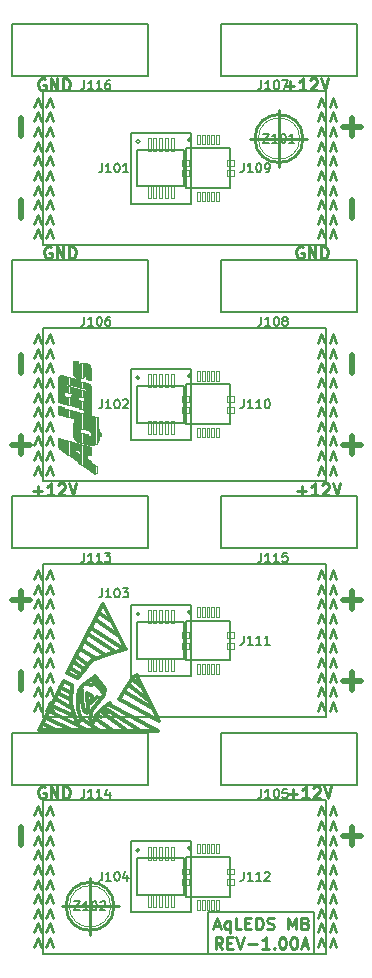
<source format=gto>
G04 (created by PCBNEW (2013-04-21 BZR 4107)-testing) date Thursday, 06 June 2013 16:04:59*
%MOIN*%
G04 Gerber Fmt 3.4, Leading zero omitted, Abs format*
%FSLAX34Y34*%
G01*
G70*
G90*
G04 APERTURE LIST*
%ADD10C,0*%
%ADD11C,0.00984252*%
%ADD12C,0.019685*%
%ADD13C,0.00787402*%
%ADD14C,0.00590551*%
%ADD15C,0.01*%
%ADD16C,0.012*%
%ADD17C,0.006*%
G04 APERTURE END LIST*
G54D10*
G54D11*
X48500Y-47203D02*
X48462Y-47184D01*
X48406Y-47184D01*
X48350Y-47203D01*
X48312Y-47240D01*
X48293Y-47278D01*
X48275Y-47353D01*
X48275Y-47409D01*
X48293Y-47484D01*
X48312Y-47521D01*
X48350Y-47559D01*
X48406Y-47578D01*
X48443Y-47578D01*
X48500Y-47559D01*
X48518Y-47540D01*
X48518Y-47409D01*
X48443Y-47409D01*
X48687Y-47578D02*
X48687Y-47184D01*
X48912Y-47578D01*
X48912Y-47184D01*
X49099Y-47578D02*
X49099Y-47184D01*
X49193Y-47184D01*
X49249Y-47203D01*
X49287Y-47240D01*
X49306Y-47278D01*
X49324Y-47353D01*
X49324Y-47409D01*
X49306Y-47484D01*
X49287Y-47521D01*
X49249Y-47559D01*
X49193Y-47578D01*
X49099Y-47578D01*
X56606Y-47428D02*
X56906Y-47428D01*
X56756Y-47578D02*
X56756Y-47278D01*
X57300Y-47578D02*
X57075Y-47578D01*
X57187Y-47578D02*
X57187Y-47184D01*
X57150Y-47240D01*
X57112Y-47278D01*
X57075Y-47296D01*
X57449Y-47221D02*
X57468Y-47203D01*
X57506Y-47184D01*
X57599Y-47184D01*
X57637Y-47203D01*
X57656Y-47221D01*
X57674Y-47259D01*
X57674Y-47296D01*
X57656Y-47353D01*
X57431Y-47578D01*
X57674Y-47578D01*
X57787Y-47184D02*
X57918Y-47578D01*
X58049Y-47184D01*
X48106Y-37328D02*
X48406Y-37328D01*
X48256Y-37478D02*
X48256Y-37178D01*
X48800Y-37478D02*
X48575Y-37478D01*
X48687Y-37478D02*
X48687Y-37084D01*
X48650Y-37140D01*
X48612Y-37178D01*
X48575Y-37196D01*
X48949Y-37121D02*
X48968Y-37103D01*
X49006Y-37084D01*
X49099Y-37084D01*
X49137Y-37103D01*
X49156Y-37121D01*
X49174Y-37159D01*
X49174Y-37196D01*
X49156Y-37253D01*
X48931Y-37478D01*
X49174Y-37478D01*
X49287Y-37084D02*
X49418Y-37478D01*
X49549Y-37084D01*
X56906Y-37328D02*
X57206Y-37328D01*
X57056Y-37478D02*
X57056Y-37178D01*
X57600Y-37478D02*
X57375Y-37478D01*
X57487Y-37478D02*
X57487Y-37084D01*
X57450Y-37140D01*
X57412Y-37178D01*
X57375Y-37196D01*
X57749Y-37121D02*
X57768Y-37103D01*
X57806Y-37084D01*
X57899Y-37084D01*
X57937Y-37103D01*
X57956Y-37121D01*
X57974Y-37159D01*
X57974Y-37196D01*
X57956Y-37253D01*
X57731Y-37478D01*
X57974Y-37478D01*
X58087Y-37084D02*
X58218Y-37478D01*
X58349Y-37084D01*
X56506Y-23828D02*
X56806Y-23828D01*
X56656Y-23978D02*
X56656Y-23678D01*
X57200Y-23978D02*
X56975Y-23978D01*
X57087Y-23978D02*
X57087Y-23584D01*
X57050Y-23640D01*
X57012Y-23678D01*
X56975Y-23696D01*
X57349Y-23621D02*
X57368Y-23603D01*
X57406Y-23584D01*
X57499Y-23584D01*
X57537Y-23603D01*
X57556Y-23621D01*
X57574Y-23659D01*
X57574Y-23696D01*
X57556Y-23753D01*
X57331Y-23978D01*
X57574Y-23978D01*
X57687Y-23584D02*
X57818Y-23978D01*
X57949Y-23584D01*
X48500Y-23603D02*
X48462Y-23584D01*
X48406Y-23584D01*
X48350Y-23603D01*
X48312Y-23640D01*
X48293Y-23678D01*
X48275Y-23753D01*
X48275Y-23809D01*
X48293Y-23884D01*
X48312Y-23921D01*
X48350Y-23959D01*
X48406Y-23978D01*
X48443Y-23978D01*
X48500Y-23959D01*
X48518Y-23940D01*
X48518Y-23809D01*
X48443Y-23809D01*
X48687Y-23978D02*
X48687Y-23584D01*
X48912Y-23978D01*
X48912Y-23584D01*
X49099Y-23978D02*
X49099Y-23584D01*
X49193Y-23584D01*
X49249Y-23603D01*
X49287Y-23640D01*
X49306Y-23678D01*
X49324Y-23753D01*
X49324Y-23809D01*
X49306Y-23884D01*
X49287Y-23921D01*
X49249Y-23959D01*
X49193Y-23978D01*
X49099Y-23978D01*
X48700Y-29203D02*
X48662Y-29184D01*
X48606Y-29184D01*
X48550Y-29203D01*
X48512Y-29240D01*
X48493Y-29278D01*
X48475Y-29353D01*
X48475Y-29409D01*
X48493Y-29484D01*
X48512Y-29521D01*
X48550Y-29559D01*
X48606Y-29578D01*
X48643Y-29578D01*
X48700Y-29559D01*
X48718Y-29540D01*
X48718Y-29409D01*
X48643Y-29409D01*
X48887Y-29578D02*
X48887Y-29184D01*
X49112Y-29578D01*
X49112Y-29184D01*
X49299Y-29578D02*
X49299Y-29184D01*
X49393Y-29184D01*
X49449Y-29203D01*
X49487Y-29240D01*
X49506Y-29278D01*
X49524Y-29353D01*
X49524Y-29409D01*
X49506Y-29484D01*
X49487Y-29521D01*
X49449Y-29559D01*
X49393Y-29578D01*
X49299Y-29578D01*
X57100Y-29203D02*
X57062Y-29184D01*
X57006Y-29184D01*
X56950Y-29203D01*
X56912Y-29240D01*
X56893Y-29278D01*
X56875Y-29353D01*
X56875Y-29409D01*
X56893Y-29484D01*
X56912Y-29521D01*
X56950Y-29559D01*
X57006Y-29578D01*
X57043Y-29578D01*
X57100Y-29559D01*
X57118Y-29540D01*
X57118Y-29409D01*
X57043Y-29409D01*
X57287Y-29578D02*
X57287Y-29184D01*
X57512Y-29578D01*
X57512Y-29184D01*
X57699Y-29578D02*
X57699Y-29184D01*
X57793Y-29184D01*
X57849Y-29203D01*
X57887Y-29240D01*
X57906Y-29278D01*
X57924Y-29353D01*
X57924Y-29409D01*
X57906Y-29484D01*
X57887Y-29521D01*
X57849Y-29559D01*
X57793Y-29578D01*
X57699Y-29578D01*
G54D12*
X47694Y-25496D02*
X47694Y-24896D01*
X58717Y-49146D02*
X58717Y-48547D01*
X59017Y-48847D02*
X58417Y-48847D01*
X58717Y-43972D02*
X58717Y-43372D01*
X59017Y-43672D02*
X58417Y-43672D01*
X47694Y-49146D02*
X47694Y-48547D01*
X47694Y-43972D02*
X47694Y-43372D01*
X58717Y-41272D02*
X58717Y-40673D01*
X59017Y-40973D02*
X58417Y-40973D01*
X58717Y-36098D02*
X58717Y-35498D01*
X59017Y-35798D02*
X58417Y-35798D01*
X47694Y-41272D02*
X47694Y-40673D01*
X47994Y-40973D02*
X47394Y-40973D01*
X47694Y-36098D02*
X47694Y-35498D01*
X47994Y-35798D02*
X47394Y-35798D01*
X47694Y-33398D02*
X47694Y-32799D01*
X47694Y-28224D02*
X47694Y-27624D01*
X58717Y-33398D02*
X58717Y-32799D01*
X58717Y-28224D02*
X58717Y-27624D01*
X58717Y-25496D02*
X58717Y-24896D01*
X59017Y-25196D02*
X58417Y-25196D01*
G54D13*
X57480Y-51377D02*
X57480Y-52755D01*
X53937Y-51377D02*
X57480Y-51377D01*
X53937Y-52755D02*
X53937Y-51377D01*
X57480Y-52755D02*
X53937Y-52755D01*
G54D11*
X54143Y-51837D02*
X54330Y-51837D01*
X54105Y-51949D02*
X54236Y-51556D01*
X54368Y-51949D01*
X54668Y-51687D02*
X54668Y-52080D01*
X54668Y-51931D02*
X54630Y-51949D01*
X54555Y-51949D01*
X54518Y-51931D01*
X54499Y-51912D01*
X54480Y-51874D01*
X54480Y-51762D01*
X54499Y-51724D01*
X54518Y-51706D01*
X54555Y-51687D01*
X54630Y-51687D01*
X54668Y-51706D01*
X55043Y-51949D02*
X54855Y-51949D01*
X54855Y-51556D01*
X55174Y-51743D02*
X55305Y-51743D01*
X55361Y-51949D02*
X55174Y-51949D01*
X55174Y-51556D01*
X55361Y-51556D01*
X55530Y-51949D02*
X55530Y-51556D01*
X55624Y-51556D01*
X55680Y-51574D01*
X55718Y-51612D01*
X55736Y-51649D01*
X55755Y-51724D01*
X55755Y-51781D01*
X55736Y-51856D01*
X55718Y-51893D01*
X55680Y-51931D01*
X55624Y-51949D01*
X55530Y-51949D01*
X55905Y-51931D02*
X55961Y-51949D01*
X56055Y-51949D01*
X56092Y-51931D01*
X56111Y-51912D01*
X56130Y-51874D01*
X56130Y-51837D01*
X56111Y-51799D01*
X56092Y-51781D01*
X56055Y-51762D01*
X55980Y-51743D01*
X55943Y-51724D01*
X55924Y-51706D01*
X55905Y-51668D01*
X55905Y-51631D01*
X55924Y-51593D01*
X55943Y-51574D01*
X55980Y-51556D01*
X56074Y-51556D01*
X56130Y-51574D01*
X56599Y-51949D02*
X56599Y-51556D01*
X56730Y-51837D01*
X56861Y-51556D01*
X56861Y-51949D01*
X57180Y-51743D02*
X57236Y-51762D01*
X57255Y-51781D01*
X57274Y-51818D01*
X57274Y-51874D01*
X57255Y-51912D01*
X57236Y-51931D01*
X57199Y-51949D01*
X57049Y-51949D01*
X57049Y-51556D01*
X57180Y-51556D01*
X57217Y-51574D01*
X57236Y-51593D01*
X57255Y-51631D01*
X57255Y-51668D01*
X57236Y-51706D01*
X57217Y-51724D01*
X57180Y-51743D01*
X57049Y-51743D01*
X54415Y-52599D02*
X54283Y-52411D01*
X54190Y-52599D02*
X54190Y-52205D01*
X54340Y-52205D01*
X54377Y-52224D01*
X54396Y-52243D01*
X54415Y-52280D01*
X54415Y-52336D01*
X54396Y-52374D01*
X54377Y-52393D01*
X54340Y-52411D01*
X54190Y-52411D01*
X54583Y-52393D02*
X54715Y-52393D01*
X54771Y-52599D02*
X54583Y-52599D01*
X54583Y-52205D01*
X54771Y-52205D01*
X54883Y-52205D02*
X55014Y-52599D01*
X55146Y-52205D01*
X55277Y-52449D02*
X55577Y-52449D01*
X55971Y-52599D02*
X55746Y-52599D01*
X55858Y-52599D02*
X55858Y-52205D01*
X55821Y-52261D01*
X55783Y-52299D01*
X55746Y-52318D01*
X56139Y-52561D02*
X56158Y-52580D01*
X56139Y-52599D01*
X56121Y-52580D01*
X56139Y-52561D01*
X56139Y-52599D01*
X56402Y-52205D02*
X56439Y-52205D01*
X56477Y-52224D01*
X56496Y-52243D01*
X56514Y-52280D01*
X56533Y-52355D01*
X56533Y-52449D01*
X56514Y-52524D01*
X56496Y-52561D01*
X56477Y-52580D01*
X56439Y-52599D01*
X56402Y-52599D01*
X56364Y-52580D01*
X56346Y-52561D01*
X56327Y-52524D01*
X56308Y-52449D01*
X56308Y-52355D01*
X56327Y-52280D01*
X56346Y-52243D01*
X56364Y-52224D01*
X56402Y-52205D01*
X56777Y-52205D02*
X56814Y-52205D01*
X56852Y-52224D01*
X56871Y-52243D01*
X56889Y-52280D01*
X56908Y-52355D01*
X56908Y-52449D01*
X56889Y-52524D01*
X56871Y-52561D01*
X56852Y-52580D01*
X56814Y-52599D01*
X56777Y-52599D01*
X56739Y-52580D01*
X56721Y-52561D01*
X56702Y-52524D01*
X56683Y-52449D01*
X56683Y-52355D01*
X56702Y-52280D01*
X56721Y-52243D01*
X56739Y-52224D01*
X56777Y-52205D01*
X57058Y-52486D02*
X57245Y-52486D01*
X57020Y-52599D02*
X57152Y-52205D01*
X57283Y-52599D01*
X48143Y-36792D02*
X48256Y-36492D01*
X48368Y-36792D01*
X48143Y-36304D02*
X48256Y-36004D01*
X48368Y-36304D01*
X48143Y-35817D02*
X48256Y-35517D01*
X48368Y-35817D01*
X48143Y-35329D02*
X48256Y-35029D01*
X48368Y-35329D01*
X48143Y-34842D02*
X48256Y-34542D01*
X48368Y-34842D01*
X48143Y-34355D02*
X48256Y-34055D01*
X48368Y-34355D01*
X48143Y-33867D02*
X48256Y-33567D01*
X48368Y-33867D01*
X48143Y-33380D02*
X48256Y-33080D01*
X48368Y-33380D01*
X48143Y-32892D02*
X48256Y-32592D01*
X48368Y-32892D01*
X48143Y-32405D02*
X48256Y-32105D01*
X48368Y-32405D01*
X48143Y-44666D02*
X48256Y-44366D01*
X48368Y-44666D01*
X48143Y-44178D02*
X48256Y-43878D01*
X48368Y-44178D01*
X48143Y-43691D02*
X48256Y-43391D01*
X48368Y-43691D01*
X48143Y-43203D02*
X48256Y-42904D01*
X48368Y-43203D01*
X48143Y-42716D02*
X48256Y-42416D01*
X48368Y-42716D01*
X48143Y-42229D02*
X48256Y-41929D01*
X48368Y-42229D01*
X48143Y-41741D02*
X48256Y-41441D01*
X48368Y-41741D01*
X48143Y-41254D02*
X48256Y-40954D01*
X48368Y-41254D01*
X48143Y-40766D02*
X48256Y-40466D01*
X48368Y-40766D01*
X48143Y-40279D02*
X48256Y-39979D01*
X48368Y-40279D01*
X48143Y-28918D02*
X48256Y-28618D01*
X48368Y-28918D01*
X48143Y-28430D02*
X48256Y-28130D01*
X48368Y-28430D01*
X48143Y-27943D02*
X48256Y-27643D01*
X48368Y-27943D01*
X48143Y-27455D02*
X48256Y-27155D01*
X48368Y-27455D01*
X48143Y-26968D02*
X48256Y-26668D01*
X48368Y-26968D01*
X48143Y-26481D02*
X48256Y-26181D01*
X48368Y-26481D01*
X48143Y-25993D02*
X48256Y-25693D01*
X48368Y-25993D01*
X48143Y-25506D02*
X48256Y-25206D01*
X48368Y-25506D01*
X48143Y-25018D02*
X48256Y-24718D01*
X48368Y-25018D01*
X48143Y-24531D02*
X48256Y-24231D01*
X48368Y-24531D01*
X48143Y-52540D02*
X48256Y-52240D01*
X48368Y-52540D01*
X48143Y-52052D02*
X48256Y-51752D01*
X48368Y-52052D01*
X48143Y-51565D02*
X48256Y-51265D01*
X48368Y-51565D01*
X48143Y-51077D02*
X48256Y-50778D01*
X48368Y-51077D01*
X48143Y-50590D02*
X48256Y-50290D01*
X48368Y-50590D01*
X48143Y-50103D02*
X48256Y-49803D01*
X48368Y-50103D01*
X48143Y-49615D02*
X48256Y-49315D01*
X48368Y-49615D01*
X48143Y-49128D02*
X48256Y-48828D01*
X48368Y-49128D01*
X48143Y-48640D02*
X48256Y-48340D01*
X48368Y-48640D01*
X48143Y-48153D02*
X48256Y-47853D01*
X48368Y-48153D01*
X57986Y-52540D02*
X58098Y-52240D01*
X58211Y-52540D01*
X57986Y-52052D02*
X58098Y-51752D01*
X58211Y-52052D01*
X57986Y-51565D02*
X58098Y-51265D01*
X58211Y-51565D01*
X57986Y-51077D02*
X58098Y-50778D01*
X58211Y-51077D01*
X57986Y-50590D02*
X58098Y-50290D01*
X58211Y-50590D01*
X57986Y-50103D02*
X58098Y-49803D01*
X58211Y-50103D01*
X57986Y-49615D02*
X58098Y-49315D01*
X58211Y-49615D01*
X57986Y-49128D02*
X58098Y-48828D01*
X58211Y-49128D01*
X57986Y-48640D02*
X58098Y-48340D01*
X58211Y-48640D01*
X57986Y-48153D02*
X58098Y-47853D01*
X58211Y-48153D01*
X57986Y-44666D02*
X58098Y-44366D01*
X58211Y-44666D01*
X57986Y-44178D02*
X58098Y-43878D01*
X58211Y-44178D01*
X57986Y-43691D02*
X58098Y-43391D01*
X58211Y-43691D01*
X57986Y-43203D02*
X58098Y-42904D01*
X58211Y-43203D01*
X57986Y-42716D02*
X58098Y-42416D01*
X58211Y-42716D01*
X57986Y-42229D02*
X58098Y-41929D01*
X58211Y-42229D01*
X57986Y-41741D02*
X58098Y-41441D01*
X58211Y-41741D01*
X57986Y-41254D02*
X58098Y-40954D01*
X58211Y-41254D01*
X57986Y-40766D02*
X58098Y-40466D01*
X58211Y-40766D01*
X57986Y-40279D02*
X58098Y-39979D01*
X58211Y-40279D01*
X57986Y-36792D02*
X58098Y-36492D01*
X58211Y-36792D01*
X57986Y-36304D02*
X58098Y-36004D01*
X58211Y-36304D01*
X57986Y-35817D02*
X58098Y-35517D01*
X58211Y-35817D01*
X57986Y-35329D02*
X58098Y-35029D01*
X58211Y-35329D01*
X57986Y-34842D02*
X58098Y-34542D01*
X58211Y-34842D01*
X57986Y-34355D02*
X58098Y-34055D01*
X58211Y-34355D01*
X57986Y-33867D02*
X58098Y-33567D01*
X58211Y-33867D01*
X57986Y-33380D02*
X58098Y-33080D01*
X58211Y-33380D01*
X57986Y-32892D02*
X58098Y-32592D01*
X58211Y-32892D01*
X57986Y-32405D02*
X58098Y-32105D01*
X58211Y-32405D01*
X57986Y-28918D02*
X58098Y-28618D01*
X58211Y-28918D01*
X57986Y-28430D02*
X58098Y-28130D01*
X58211Y-28430D01*
X57986Y-27943D02*
X58098Y-27643D01*
X58211Y-27943D01*
X57986Y-27455D02*
X58098Y-27155D01*
X58211Y-27455D01*
X57986Y-26968D02*
X58098Y-26668D01*
X58211Y-26968D01*
X57986Y-26481D02*
X58098Y-26181D01*
X58211Y-26481D01*
X57986Y-25993D02*
X58098Y-25693D01*
X58211Y-25993D01*
X57986Y-25506D02*
X58098Y-25206D01*
X58211Y-25506D01*
X57986Y-25018D02*
X58098Y-24718D01*
X58211Y-25018D01*
X57986Y-24531D02*
X58098Y-24231D01*
X58211Y-24531D01*
G54D13*
X48425Y-24015D02*
X48425Y-29133D01*
X57874Y-24015D02*
X48425Y-24015D01*
X57874Y-29133D02*
X57874Y-24015D01*
X48425Y-29133D02*
X57874Y-29133D01*
X48425Y-31889D02*
X48425Y-37007D01*
X57874Y-31889D02*
X48425Y-31889D01*
X57874Y-37007D02*
X57874Y-31889D01*
X48425Y-37007D02*
X57874Y-37007D01*
X48425Y-39763D02*
X48425Y-44881D01*
X57874Y-39763D02*
X48425Y-39763D01*
X57874Y-44881D02*
X57874Y-39763D01*
X48425Y-44881D02*
X57874Y-44881D01*
X48425Y-47637D02*
X48425Y-52755D01*
X57874Y-47637D02*
X48425Y-47637D01*
X57874Y-52755D02*
X57874Y-47637D01*
X48425Y-52755D02*
X57874Y-52755D01*
G54D11*
X57592Y-36792D02*
X57705Y-36492D01*
X57817Y-36792D01*
X57592Y-36304D02*
X57705Y-36004D01*
X57817Y-36304D01*
X57592Y-35817D02*
X57705Y-35517D01*
X57817Y-35817D01*
X57592Y-35329D02*
X57705Y-35029D01*
X57817Y-35329D01*
X57592Y-34842D02*
X57705Y-34542D01*
X57817Y-34842D01*
X57592Y-34355D02*
X57705Y-34055D01*
X57817Y-34355D01*
X57592Y-33867D02*
X57705Y-33567D01*
X57817Y-33867D01*
X57592Y-33380D02*
X57705Y-33080D01*
X57817Y-33380D01*
X57592Y-32892D02*
X57705Y-32592D01*
X57817Y-32892D01*
X57592Y-32405D02*
X57705Y-32105D01*
X57817Y-32405D01*
X57592Y-44666D02*
X57705Y-44366D01*
X57817Y-44666D01*
X57592Y-44178D02*
X57705Y-43878D01*
X57817Y-44178D01*
X57592Y-43691D02*
X57705Y-43391D01*
X57817Y-43691D01*
X57592Y-43203D02*
X57705Y-42904D01*
X57817Y-43203D01*
X57592Y-42716D02*
X57705Y-42416D01*
X57817Y-42716D01*
X57592Y-42229D02*
X57705Y-41929D01*
X57817Y-42229D01*
X57592Y-41741D02*
X57705Y-41441D01*
X57817Y-41741D01*
X57592Y-41254D02*
X57705Y-40954D01*
X57817Y-41254D01*
X57592Y-40766D02*
X57705Y-40466D01*
X57817Y-40766D01*
X57592Y-40279D02*
X57705Y-39979D01*
X57817Y-40279D01*
X57592Y-52540D02*
X57705Y-52240D01*
X57817Y-52540D01*
X57592Y-52052D02*
X57705Y-51752D01*
X57817Y-52052D01*
X57592Y-51565D02*
X57705Y-51265D01*
X57817Y-51565D01*
X57592Y-51077D02*
X57705Y-50778D01*
X57817Y-51077D01*
X57592Y-50590D02*
X57705Y-50290D01*
X57817Y-50590D01*
X57592Y-50103D02*
X57705Y-49803D01*
X57817Y-50103D01*
X57592Y-49615D02*
X57705Y-49315D01*
X57817Y-49615D01*
X57592Y-49128D02*
X57705Y-48828D01*
X57817Y-49128D01*
X57592Y-48640D02*
X57705Y-48340D01*
X57817Y-48640D01*
X57592Y-48153D02*
X57705Y-47853D01*
X57817Y-48153D01*
X48537Y-52540D02*
X48650Y-52240D01*
X48762Y-52540D01*
X48537Y-52052D02*
X48650Y-51752D01*
X48762Y-52052D01*
X48537Y-51565D02*
X48650Y-51265D01*
X48762Y-51565D01*
X48537Y-51077D02*
X48650Y-50778D01*
X48762Y-51077D01*
X48537Y-50590D02*
X48650Y-50290D01*
X48762Y-50590D01*
X48537Y-50103D02*
X48650Y-49803D01*
X48762Y-50103D01*
X48537Y-49615D02*
X48650Y-49315D01*
X48762Y-49615D01*
X48537Y-49128D02*
X48650Y-48828D01*
X48762Y-49128D01*
X48537Y-48640D02*
X48650Y-48340D01*
X48762Y-48640D01*
X48537Y-48153D02*
X48650Y-47853D01*
X48762Y-48153D01*
X48537Y-44666D02*
X48650Y-44366D01*
X48762Y-44666D01*
X48537Y-44178D02*
X48650Y-43878D01*
X48762Y-44178D01*
X48537Y-43691D02*
X48650Y-43391D01*
X48762Y-43691D01*
X48537Y-43203D02*
X48650Y-42904D01*
X48762Y-43203D01*
X48537Y-42716D02*
X48650Y-42416D01*
X48762Y-42716D01*
X48537Y-42229D02*
X48650Y-41929D01*
X48762Y-42229D01*
X48537Y-41741D02*
X48650Y-41441D01*
X48762Y-41741D01*
X48537Y-41254D02*
X48650Y-40954D01*
X48762Y-41254D01*
X48537Y-40766D02*
X48650Y-40466D01*
X48762Y-40766D01*
X48537Y-40279D02*
X48650Y-39979D01*
X48762Y-40279D01*
X48537Y-36792D02*
X48650Y-36492D01*
X48762Y-36792D01*
X48537Y-36304D02*
X48650Y-36004D01*
X48762Y-36304D01*
X48537Y-35817D02*
X48650Y-35517D01*
X48762Y-35817D01*
X48537Y-35329D02*
X48650Y-35029D01*
X48762Y-35329D01*
X48537Y-34842D02*
X48650Y-34542D01*
X48762Y-34842D01*
X48537Y-34355D02*
X48650Y-34055D01*
X48762Y-34355D01*
X48537Y-33867D02*
X48650Y-33567D01*
X48762Y-33867D01*
X48537Y-33380D02*
X48650Y-33080D01*
X48762Y-33380D01*
X48537Y-32892D02*
X48650Y-32592D01*
X48762Y-32892D01*
X48537Y-32405D02*
X48650Y-32105D01*
X48762Y-32405D01*
X57592Y-28918D02*
X57705Y-28618D01*
X57817Y-28918D01*
X57592Y-28430D02*
X57705Y-28130D01*
X57817Y-28430D01*
X57592Y-27943D02*
X57705Y-27643D01*
X57817Y-27943D01*
X57592Y-27455D02*
X57705Y-27155D01*
X57817Y-27455D01*
X57592Y-26968D02*
X57705Y-26668D01*
X57817Y-26968D01*
X57592Y-26481D02*
X57705Y-26181D01*
X57817Y-26481D01*
X57592Y-25993D02*
X57705Y-25693D01*
X57817Y-25993D01*
X57592Y-25506D02*
X57705Y-25206D01*
X57817Y-25506D01*
X57592Y-25018D02*
X57705Y-24718D01*
X57817Y-25018D01*
X57592Y-24531D02*
X57705Y-24231D01*
X57817Y-24531D01*
X48537Y-28918D02*
X48650Y-28618D01*
X48762Y-28918D01*
X48537Y-28430D02*
X48650Y-28130D01*
X48762Y-28430D01*
X48537Y-27943D02*
X48650Y-27643D01*
X48762Y-27943D01*
X48537Y-27455D02*
X48650Y-27155D01*
X48762Y-27455D01*
X48537Y-26968D02*
X48650Y-26668D01*
X48762Y-26968D01*
X48537Y-26481D02*
X48650Y-26181D01*
X48762Y-26481D01*
X48537Y-25993D02*
X48650Y-25693D01*
X48762Y-25993D01*
X48537Y-25506D02*
X48650Y-25206D01*
X48762Y-25506D01*
X48537Y-25018D02*
X48650Y-24718D01*
X48762Y-25018D01*
X48537Y-24531D02*
X48650Y-24231D01*
X48762Y-24531D01*
G54D14*
X53366Y-49251D02*
G75*
G03X53366Y-49251I-59J0D01*
G74*
G01*
X53200Y-50858D02*
X53200Y-49535D01*
X53200Y-49535D02*
X54673Y-49535D01*
X54673Y-49535D02*
X54673Y-50858D01*
X54673Y-50858D02*
X53200Y-50858D01*
G54D15*
X50000Y-50231D02*
X50000Y-52131D01*
X49050Y-51181D02*
X50950Y-51181D01*
X50800Y-51181D02*
G75*
G03X50800Y-51181I-800J0D01*
G74*
G01*
X56299Y-24640D02*
X56299Y-26540D01*
X55349Y-25590D02*
X57249Y-25590D01*
X57099Y-25590D02*
G75*
G03X57099Y-25590I-800J0D01*
G74*
G01*
G54D16*
X50079Y-43650D02*
X50359Y-43851D01*
X50540Y-44591D02*
X51618Y-45320D01*
X51618Y-45320D02*
X51626Y-45320D01*
X50429Y-44741D02*
X51189Y-45312D01*
X50197Y-44922D02*
X50737Y-45320D01*
X50737Y-45320D02*
X50748Y-45320D01*
X49729Y-44950D02*
X50327Y-45351D01*
X48457Y-45099D02*
X48898Y-45332D01*
X48540Y-44891D02*
X49477Y-45339D01*
X48626Y-44670D02*
X49886Y-45320D01*
X48748Y-44489D02*
X49386Y-44800D01*
X49386Y-44800D02*
X49398Y-44800D01*
X48859Y-44273D02*
X49366Y-44560D01*
X48937Y-44080D02*
X49359Y-44312D01*
X49008Y-43883D02*
X49300Y-44040D01*
X51170Y-44032D02*
X52059Y-44560D01*
X51300Y-43792D02*
X51949Y-44300D01*
X51398Y-43611D02*
X51729Y-43859D01*
X49347Y-43241D02*
X49670Y-43430D01*
X49457Y-43052D02*
X49819Y-43300D01*
X49819Y-43300D02*
X49819Y-43292D01*
X49528Y-42851D02*
X49929Y-43123D01*
X49658Y-42599D02*
X50158Y-42910D01*
X50158Y-42910D02*
X50170Y-42910D01*
X49800Y-42351D02*
X50516Y-42800D01*
X49937Y-42099D02*
X50807Y-42670D01*
X50040Y-41891D02*
X51067Y-42580D01*
X50197Y-41631D02*
X50957Y-42182D01*
X50300Y-41391D02*
X50709Y-41682D01*
X49898Y-43761D02*
X50028Y-43820D01*
X50028Y-43820D02*
X50170Y-43773D01*
X50170Y-43773D02*
X50359Y-43981D01*
X50359Y-43981D02*
X50429Y-44072D01*
X49737Y-43961D02*
X49737Y-44332D01*
X49737Y-44332D02*
X49788Y-44662D01*
X49788Y-44662D02*
X49898Y-44753D01*
X49898Y-44753D02*
X49937Y-44631D01*
X49937Y-44631D02*
X49886Y-44080D01*
X49886Y-44080D02*
X50059Y-44162D01*
X50059Y-44162D02*
X50048Y-44402D01*
X50048Y-44402D02*
X50217Y-44190D01*
X50217Y-44190D02*
X50307Y-44241D01*
X49366Y-43792D02*
X49118Y-43682D01*
X49118Y-43682D02*
X48307Y-45320D01*
X48307Y-45320D02*
X52268Y-45351D01*
X52268Y-45351D02*
X50677Y-44481D01*
X51158Y-42580D02*
X50418Y-41111D01*
X50418Y-41111D02*
X49248Y-43391D01*
X49248Y-43391D02*
X49587Y-43560D01*
X49587Y-43560D02*
X49599Y-43560D01*
X51579Y-43501D02*
X52288Y-44989D01*
X52288Y-44989D02*
X50969Y-44273D01*
X50969Y-44273D02*
X50996Y-44261D01*
X50248Y-44800D02*
X50366Y-44871D01*
X50366Y-44871D02*
X50378Y-44871D01*
X50457Y-44591D02*
X50559Y-44729D01*
X51201Y-42599D02*
X50827Y-42710D01*
X50827Y-42710D02*
X50079Y-42973D01*
X50079Y-42973D02*
X49595Y-43568D01*
X49398Y-43788D02*
X49355Y-44450D01*
X49355Y-44450D02*
X49551Y-45107D01*
X49551Y-45107D02*
X49697Y-44942D01*
X49697Y-44942D02*
X49607Y-44599D01*
X49607Y-44599D02*
X49607Y-44182D01*
X49607Y-44182D02*
X49638Y-43969D01*
X49638Y-43969D02*
X49658Y-43950D01*
X49658Y-43950D02*
X49756Y-43820D01*
X49756Y-43820D02*
X50087Y-43572D01*
X50087Y-43572D02*
X50177Y-43513D01*
X50177Y-43513D02*
X50516Y-43942D01*
X50516Y-43942D02*
X50457Y-44143D01*
X50457Y-44143D02*
X50059Y-44643D01*
X50059Y-44643D02*
X49996Y-44950D01*
X49996Y-44950D02*
X50087Y-45072D01*
X50087Y-45072D02*
X50209Y-44812D01*
X50209Y-44812D02*
X50410Y-44611D01*
X50410Y-44611D02*
X50650Y-44402D01*
X50988Y-44229D02*
X51189Y-43902D01*
X51189Y-43902D02*
X51319Y-43690D01*
X51319Y-43690D02*
X51429Y-43521D01*
X51429Y-43521D02*
X51559Y-43469D01*
G54D14*
X53366Y-27755D02*
X51358Y-27755D01*
X51358Y-27755D02*
X51358Y-25393D01*
X51358Y-25393D02*
X53366Y-25393D01*
X53366Y-25393D02*
X53366Y-27755D01*
X53149Y-27185D02*
X51574Y-27185D01*
X51574Y-27185D02*
X51574Y-25964D01*
X51574Y-25964D02*
X53149Y-25964D01*
X53149Y-25964D02*
X53149Y-27185D01*
X51653Y-25688D02*
G75*
G03X51653Y-25688I-59J0D01*
G74*
G01*
X53366Y-35629D02*
X51358Y-35629D01*
X51358Y-35629D02*
X51358Y-33267D01*
X51358Y-33267D02*
X53366Y-33267D01*
X53366Y-33267D02*
X53366Y-35629D01*
X53149Y-35059D02*
X51574Y-35059D01*
X51574Y-35059D02*
X51574Y-33838D01*
X51574Y-33838D02*
X53149Y-33838D01*
X53149Y-33838D02*
X53149Y-35059D01*
X51653Y-33562D02*
G75*
G03X51653Y-33562I-59J0D01*
G74*
G01*
X53366Y-43503D02*
X51358Y-43503D01*
X51358Y-43503D02*
X51358Y-41141D01*
X51358Y-41141D02*
X53366Y-41141D01*
X53366Y-41141D02*
X53366Y-43503D01*
X53149Y-42933D02*
X51574Y-42933D01*
X51574Y-42933D02*
X51574Y-41712D01*
X51574Y-41712D02*
X53149Y-41712D01*
X53149Y-41712D02*
X53149Y-42933D01*
X51653Y-41437D02*
G75*
G03X51653Y-41437I-59J0D01*
G74*
G01*
X53366Y-51377D02*
X51358Y-51377D01*
X51358Y-51377D02*
X51358Y-49015D01*
X51358Y-49015D02*
X53366Y-49015D01*
X53366Y-49015D02*
X53366Y-51377D01*
X53149Y-50807D02*
X51574Y-50807D01*
X51574Y-50807D02*
X51574Y-49586D01*
X51574Y-49586D02*
X53149Y-49586D01*
X53149Y-49586D02*
X53149Y-50807D01*
X51653Y-49311D02*
G75*
G03X51653Y-49311I-59J0D01*
G74*
G01*
X53366Y-25629D02*
G75*
G03X53366Y-25629I-59J0D01*
G74*
G01*
X53200Y-27236D02*
X53200Y-25913D01*
X53200Y-25913D02*
X54673Y-25913D01*
X54673Y-25913D02*
X54673Y-27236D01*
X54673Y-27236D02*
X53200Y-27236D01*
X53366Y-33503D02*
G75*
G03X53366Y-33503I-59J0D01*
G74*
G01*
X53200Y-35110D02*
X53200Y-33787D01*
X53200Y-33787D02*
X54673Y-33787D01*
X54673Y-33787D02*
X54673Y-35110D01*
X54673Y-35110D02*
X53200Y-35110D01*
X53366Y-41377D02*
G75*
G03X53366Y-41377I-59J0D01*
G74*
G01*
X53200Y-42984D02*
X53200Y-41661D01*
X53200Y-41661D02*
X54673Y-41661D01*
X54673Y-41661D02*
X54673Y-42984D01*
X54673Y-42984D02*
X53200Y-42984D01*
X54370Y-29645D02*
X54370Y-31377D01*
X58897Y-29645D02*
X58897Y-31377D01*
X58897Y-29645D02*
X54370Y-29645D01*
X54370Y-31377D02*
X58897Y-31377D01*
X54370Y-21771D02*
X54370Y-23503D01*
X58897Y-21771D02*
X58897Y-23503D01*
X58897Y-21771D02*
X54370Y-21771D01*
X54370Y-23503D02*
X58897Y-23503D01*
X51929Y-31377D02*
X51929Y-29645D01*
X47401Y-31377D02*
X47401Y-29645D01*
X47401Y-31377D02*
X51929Y-31377D01*
X51929Y-29645D02*
X47401Y-29645D01*
X54370Y-45393D02*
X54370Y-47125D01*
X58897Y-45393D02*
X58897Y-47125D01*
X58897Y-45393D02*
X54370Y-45393D01*
X54370Y-47125D02*
X58897Y-47125D01*
X51929Y-23503D02*
X51929Y-21771D01*
X47401Y-23503D02*
X47401Y-21771D01*
X47401Y-23503D02*
X51929Y-23503D01*
X51929Y-21771D02*
X47401Y-21771D01*
X54370Y-37519D02*
X54370Y-39251D01*
X58897Y-37519D02*
X58897Y-39251D01*
X58897Y-37519D02*
X54370Y-37519D01*
X54370Y-39251D02*
X58897Y-39251D01*
X51929Y-47125D02*
X51929Y-45393D01*
X47401Y-47125D02*
X47401Y-45393D01*
X47401Y-47125D02*
X51929Y-47125D01*
X51929Y-45393D02*
X47401Y-45393D01*
X51929Y-39251D02*
X51929Y-37519D01*
X47401Y-39251D02*
X47401Y-37519D01*
X47401Y-39251D02*
X51929Y-39251D01*
X51929Y-37519D02*
X47401Y-37519D01*
G54D10*
X53734Y-49094D02*
X53734Y-49409D01*
X53824Y-49409D01*
X53824Y-49094D01*
X53734Y-49094D01*
X53576Y-49094D02*
X53576Y-49409D01*
X53667Y-49409D01*
X53667Y-49094D01*
X53576Y-49094D01*
X53891Y-49094D02*
X53891Y-49409D01*
X53982Y-49409D01*
X53982Y-49094D01*
X53891Y-49094D01*
X54049Y-49094D02*
X54049Y-49409D01*
X54139Y-49409D01*
X54139Y-49094D01*
X54049Y-49094D01*
X54206Y-49094D02*
X54206Y-49409D01*
X54297Y-49409D01*
X54297Y-49094D01*
X54206Y-49094D01*
X54206Y-50984D02*
X54206Y-51299D01*
X54297Y-51299D01*
X54297Y-50984D01*
X54206Y-50984D01*
X54049Y-50984D02*
X54049Y-51299D01*
X54139Y-51299D01*
X54139Y-50984D01*
X54049Y-50984D01*
X53891Y-50984D02*
X53891Y-51299D01*
X53982Y-51299D01*
X53982Y-50984D01*
X53891Y-50984D01*
X53734Y-50984D02*
X53734Y-51299D01*
X53824Y-51299D01*
X53824Y-50984D01*
X53734Y-50984D01*
X53576Y-50984D02*
X53576Y-51299D01*
X53667Y-51299D01*
X53667Y-50984D01*
X53576Y-50984D01*
X54578Y-49921D02*
X54578Y-50118D01*
X54803Y-50118D01*
X54803Y-49921D01*
X54578Y-49921D01*
X54578Y-50275D02*
X54578Y-50472D01*
X54803Y-50472D01*
X54803Y-50275D01*
X54578Y-50275D01*
X53070Y-49921D02*
X53070Y-50118D01*
X53295Y-50118D01*
X53295Y-49921D01*
X53070Y-49921D01*
X53070Y-50275D02*
X53070Y-50472D01*
X53295Y-50472D01*
X53295Y-50275D01*
X53070Y-50275D01*
X48922Y-35562D02*
X48922Y-35886D01*
X48958Y-35886D01*
X48958Y-35562D01*
X48922Y-35562D01*
X48922Y-34518D02*
X48922Y-34770D01*
X48958Y-34770D01*
X48958Y-34518D01*
X48922Y-34518D01*
X48922Y-33978D02*
X48922Y-34374D01*
X48958Y-34374D01*
X48958Y-33978D01*
X48922Y-33978D01*
X48922Y-33546D02*
X48922Y-33942D01*
X48958Y-33942D01*
X48958Y-33546D01*
X48922Y-33546D01*
X48958Y-35562D02*
X48958Y-35922D01*
X48994Y-35922D01*
X48994Y-35562D01*
X48958Y-35562D01*
X48958Y-34518D02*
X48958Y-34806D01*
X48994Y-34806D01*
X48994Y-34518D01*
X48958Y-34518D01*
X48958Y-33510D02*
X48958Y-34374D01*
X48994Y-34374D01*
X48994Y-33510D01*
X48958Y-33510D01*
X48994Y-35598D02*
X48994Y-35922D01*
X49030Y-35922D01*
X49030Y-35598D01*
X48994Y-35598D01*
X48994Y-34518D02*
X48994Y-34806D01*
X49030Y-34806D01*
X49030Y-34518D01*
X48994Y-34518D01*
X48994Y-33474D02*
X48994Y-34410D01*
X49030Y-34410D01*
X49030Y-33474D01*
X48994Y-33474D01*
X49030Y-35598D02*
X49030Y-35958D01*
X49066Y-35958D01*
X49066Y-35598D01*
X49030Y-35598D01*
X49030Y-34554D02*
X49030Y-34806D01*
X49066Y-34806D01*
X49066Y-34554D01*
X49030Y-34554D01*
X49030Y-33474D02*
X49030Y-34410D01*
X49066Y-34410D01*
X49066Y-33474D01*
X49030Y-33474D01*
X49066Y-35598D02*
X49066Y-35994D01*
X49102Y-35994D01*
X49102Y-35598D01*
X49066Y-35598D01*
X49066Y-34554D02*
X49066Y-34806D01*
X49102Y-34806D01*
X49102Y-34554D01*
X49066Y-34554D01*
X49066Y-33474D02*
X49066Y-34410D01*
X49102Y-34410D01*
X49102Y-33474D01*
X49066Y-33474D01*
X49102Y-35634D02*
X49102Y-36030D01*
X49138Y-36030D01*
X49138Y-35634D01*
X49102Y-35634D01*
X49102Y-34554D02*
X49102Y-34842D01*
X49138Y-34842D01*
X49138Y-34554D01*
X49102Y-34554D01*
X49102Y-34050D02*
X49102Y-34446D01*
X49138Y-34446D01*
X49138Y-34050D01*
X49102Y-34050D01*
X49102Y-33798D02*
X49102Y-34014D01*
X49138Y-34014D01*
X49138Y-33798D01*
X49102Y-33798D01*
X49102Y-33510D02*
X49102Y-33762D01*
X49138Y-33762D01*
X49138Y-33510D01*
X49102Y-33510D01*
X49138Y-35634D02*
X49138Y-36030D01*
X49174Y-36030D01*
X49174Y-35634D01*
X49138Y-35634D01*
X49138Y-34590D02*
X49138Y-34842D01*
X49174Y-34842D01*
X49174Y-34590D01*
X49138Y-34590D01*
X49138Y-34158D02*
X49138Y-34446D01*
X49174Y-34446D01*
X49174Y-34158D01*
X49138Y-34158D01*
X49138Y-33798D02*
X49138Y-34014D01*
X49174Y-34014D01*
X49174Y-33798D01*
X49138Y-33798D01*
X49138Y-33510D02*
X49138Y-33726D01*
X49174Y-33726D01*
X49174Y-33510D01*
X49138Y-33510D01*
X49174Y-35634D02*
X49174Y-36066D01*
X49210Y-36066D01*
X49210Y-35634D01*
X49174Y-35634D01*
X49174Y-34590D02*
X49174Y-34842D01*
X49210Y-34842D01*
X49210Y-34590D01*
X49174Y-34590D01*
X49174Y-34194D02*
X49174Y-34446D01*
X49210Y-34446D01*
X49210Y-34194D01*
X49174Y-34194D01*
X49174Y-33798D02*
X49174Y-34050D01*
X49210Y-34050D01*
X49210Y-33798D01*
X49174Y-33798D01*
X49174Y-33510D02*
X49174Y-33762D01*
X49210Y-33762D01*
X49210Y-33510D01*
X49174Y-33510D01*
X49210Y-35634D02*
X49210Y-36102D01*
X49246Y-36102D01*
X49246Y-35634D01*
X49210Y-35634D01*
X49210Y-34590D02*
X49210Y-34878D01*
X49246Y-34878D01*
X49246Y-34590D01*
X49210Y-34590D01*
X49210Y-34194D02*
X49210Y-34446D01*
X49246Y-34446D01*
X49246Y-34194D01*
X49210Y-34194D01*
X49210Y-33834D02*
X49210Y-34050D01*
X49246Y-34050D01*
X49246Y-33834D01*
X49210Y-33834D01*
X49210Y-33546D02*
X49210Y-33762D01*
X49246Y-33762D01*
X49246Y-33546D01*
X49210Y-33546D01*
X49246Y-35670D02*
X49246Y-36138D01*
X49282Y-36138D01*
X49282Y-35670D01*
X49246Y-35670D01*
X49246Y-34590D02*
X49246Y-34878D01*
X49282Y-34878D01*
X49282Y-34590D01*
X49246Y-34590D01*
X49246Y-34194D02*
X49246Y-34482D01*
X49282Y-34482D01*
X49282Y-34194D01*
X49246Y-34194D01*
X49246Y-33834D02*
X49246Y-34050D01*
X49282Y-34050D01*
X49282Y-33834D01*
X49246Y-33834D01*
X49246Y-33546D02*
X49246Y-33762D01*
X49282Y-33762D01*
X49282Y-33546D01*
X49246Y-33546D01*
X49282Y-35670D02*
X49282Y-36138D01*
X49318Y-36138D01*
X49318Y-35670D01*
X49282Y-35670D01*
X49282Y-34626D02*
X49282Y-34878D01*
X49318Y-34878D01*
X49318Y-34626D01*
X49282Y-34626D01*
X49282Y-34194D02*
X49282Y-34482D01*
X49318Y-34482D01*
X49318Y-34194D01*
X49282Y-34194D01*
X49282Y-33834D02*
X49282Y-34086D01*
X49318Y-34086D01*
X49318Y-33834D01*
X49282Y-33834D01*
X49282Y-33546D02*
X49282Y-33798D01*
X49318Y-33798D01*
X49318Y-33546D01*
X49282Y-33546D01*
X49318Y-35670D02*
X49318Y-36174D01*
X49354Y-36174D01*
X49354Y-35670D01*
X49318Y-35670D01*
X49318Y-34626D02*
X49318Y-34878D01*
X49354Y-34878D01*
X49354Y-34626D01*
X49318Y-34626D01*
X49318Y-34230D02*
X49318Y-34482D01*
X49354Y-34482D01*
X49354Y-34230D01*
X49318Y-34230D01*
X49318Y-33870D02*
X49318Y-34086D01*
X49354Y-34086D01*
X49354Y-33870D01*
X49318Y-33870D01*
X49318Y-33582D02*
X49318Y-33798D01*
X49354Y-33798D01*
X49354Y-33582D01*
X49318Y-33582D01*
X49354Y-35706D02*
X49354Y-36210D01*
X49390Y-36210D01*
X49390Y-35706D01*
X49354Y-35706D01*
X49354Y-34626D02*
X49354Y-34914D01*
X49390Y-34914D01*
X49390Y-34626D01*
X49354Y-34626D01*
X49354Y-34122D02*
X49354Y-34482D01*
X49390Y-34482D01*
X49390Y-34122D01*
X49354Y-34122D01*
X49354Y-33870D02*
X49354Y-34086D01*
X49390Y-34086D01*
X49390Y-33870D01*
X49354Y-33870D01*
X49354Y-33582D02*
X49354Y-33798D01*
X49390Y-33798D01*
X49390Y-33582D01*
X49354Y-33582D01*
X49390Y-35958D02*
X49390Y-36210D01*
X49426Y-36210D01*
X49426Y-35958D01*
X49390Y-35958D01*
X49390Y-35706D02*
X49390Y-35922D01*
X49426Y-35922D01*
X49426Y-35706D01*
X49390Y-35706D01*
X49390Y-34662D02*
X49390Y-34914D01*
X49426Y-34914D01*
X49426Y-34662D01*
X49390Y-34662D01*
X49390Y-33870D02*
X49390Y-34518D01*
X49426Y-34518D01*
X49426Y-33870D01*
X49390Y-33870D01*
X49390Y-33582D02*
X49390Y-33798D01*
X49426Y-33798D01*
X49426Y-33582D01*
X49390Y-33582D01*
X49426Y-35994D02*
X49426Y-36246D01*
X49462Y-36246D01*
X49462Y-35994D01*
X49426Y-35994D01*
X49426Y-35706D02*
X49426Y-35922D01*
X49462Y-35922D01*
X49462Y-35706D01*
X49426Y-35706D01*
X49426Y-35058D02*
X49426Y-35526D01*
X49462Y-35526D01*
X49462Y-35058D01*
X49426Y-35058D01*
X49426Y-34662D02*
X49426Y-34914D01*
X49462Y-34914D01*
X49462Y-34662D01*
X49426Y-34662D01*
X49426Y-33906D02*
X49426Y-34518D01*
X49462Y-34518D01*
X49462Y-33906D01*
X49426Y-33906D01*
X49426Y-33582D02*
X49426Y-33834D01*
X49462Y-33834D01*
X49462Y-33582D01*
X49426Y-33582D01*
X49426Y-33006D02*
X49426Y-33474D01*
X49462Y-33474D01*
X49462Y-33006D01*
X49426Y-33006D01*
X49462Y-35994D02*
X49462Y-36282D01*
X49498Y-36282D01*
X49498Y-35994D01*
X49462Y-35994D01*
X49462Y-35742D02*
X49462Y-35958D01*
X49498Y-35958D01*
X49498Y-35742D01*
X49462Y-35742D01*
X49462Y-34986D02*
X49462Y-35598D01*
X49498Y-35598D01*
X49498Y-34986D01*
X49462Y-34986D01*
X49462Y-34662D02*
X49462Y-34950D01*
X49498Y-34950D01*
X49498Y-34662D01*
X49462Y-34662D01*
X49462Y-33906D02*
X49462Y-34518D01*
X49498Y-34518D01*
X49498Y-33906D01*
X49462Y-33906D01*
X49462Y-33618D02*
X49462Y-33834D01*
X49498Y-33834D01*
X49498Y-33618D01*
X49462Y-33618D01*
X49462Y-33006D02*
X49462Y-33510D01*
X49498Y-33510D01*
X49498Y-33006D01*
X49462Y-33006D01*
X49498Y-36030D02*
X49498Y-36318D01*
X49534Y-36318D01*
X49534Y-36030D01*
X49498Y-36030D01*
X49498Y-35742D02*
X49498Y-35958D01*
X49534Y-35958D01*
X49534Y-35742D01*
X49498Y-35742D01*
X49498Y-34662D02*
X49498Y-35634D01*
X49534Y-35634D01*
X49534Y-34662D01*
X49498Y-34662D01*
X49498Y-33906D02*
X49498Y-34554D01*
X49534Y-34554D01*
X49534Y-33906D01*
X49498Y-33906D01*
X49498Y-33618D02*
X49498Y-33834D01*
X49534Y-33834D01*
X49534Y-33618D01*
X49498Y-33618D01*
X49498Y-33006D02*
X49498Y-33546D01*
X49534Y-33546D01*
X49534Y-33006D01*
X49498Y-33006D01*
X49534Y-36030D02*
X49534Y-36318D01*
X49570Y-36318D01*
X49570Y-36030D01*
X49534Y-36030D01*
X49534Y-35742D02*
X49534Y-35958D01*
X49570Y-35958D01*
X49570Y-35742D01*
X49534Y-35742D01*
X49534Y-34698D02*
X49534Y-35670D01*
X49570Y-35670D01*
X49570Y-34698D01*
X49534Y-34698D01*
X49534Y-33906D02*
X49534Y-34554D01*
X49570Y-34554D01*
X49570Y-33906D01*
X49534Y-33906D01*
X49534Y-33618D02*
X49534Y-33834D01*
X49570Y-33834D01*
X49570Y-33618D01*
X49534Y-33618D01*
X49534Y-33006D02*
X49534Y-33582D01*
X49570Y-33582D01*
X49570Y-33006D01*
X49534Y-33006D01*
X49570Y-36066D02*
X49570Y-36354D01*
X49606Y-36354D01*
X49606Y-36066D01*
X49570Y-36066D01*
X49570Y-35742D02*
X49570Y-35958D01*
X49606Y-35958D01*
X49606Y-35742D01*
X49570Y-35742D01*
X49570Y-34698D02*
X49570Y-35706D01*
X49606Y-35706D01*
X49606Y-34698D01*
X49570Y-34698D01*
X49570Y-34194D02*
X49570Y-34554D01*
X49606Y-34554D01*
X49606Y-34194D01*
X49570Y-34194D01*
X49570Y-33942D02*
X49570Y-34158D01*
X49606Y-34158D01*
X49606Y-33942D01*
X49570Y-33942D01*
X49570Y-33654D02*
X49570Y-33870D01*
X49606Y-33870D01*
X49606Y-33654D01*
X49570Y-33654D01*
X49570Y-33006D02*
X49570Y-33618D01*
X49606Y-33618D01*
X49606Y-33006D01*
X49570Y-33006D01*
X49606Y-36102D02*
X49606Y-36390D01*
X49642Y-36390D01*
X49642Y-36102D01*
X49606Y-36102D01*
X49606Y-35778D02*
X49606Y-35958D01*
X49642Y-35958D01*
X49642Y-35778D01*
X49606Y-35778D01*
X49606Y-34698D02*
X49606Y-35706D01*
X49642Y-35706D01*
X49642Y-34698D01*
X49606Y-34698D01*
X49606Y-34302D02*
X49606Y-34554D01*
X49642Y-34554D01*
X49642Y-34302D01*
X49606Y-34302D01*
X49606Y-33942D02*
X49606Y-34158D01*
X49642Y-34158D01*
X49642Y-33942D01*
X49606Y-33942D01*
X49606Y-33654D02*
X49606Y-33870D01*
X49642Y-33870D01*
X49642Y-33654D01*
X49606Y-33654D01*
X49606Y-33294D02*
X49606Y-33618D01*
X49642Y-33618D01*
X49642Y-33294D01*
X49606Y-33294D01*
X49642Y-36138D02*
X49642Y-36426D01*
X49678Y-36426D01*
X49678Y-36138D01*
X49642Y-36138D01*
X49642Y-35778D02*
X49642Y-35994D01*
X49678Y-35994D01*
X49678Y-35778D01*
X49642Y-35778D01*
X49642Y-34734D02*
X49642Y-35706D01*
X49678Y-35706D01*
X49678Y-34734D01*
X49642Y-34734D01*
X49642Y-34302D02*
X49642Y-34590D01*
X49678Y-34590D01*
X49678Y-34302D01*
X49642Y-34302D01*
X49642Y-33942D02*
X49642Y-34194D01*
X49678Y-34194D01*
X49678Y-33942D01*
X49642Y-33942D01*
X49642Y-33654D02*
X49642Y-33870D01*
X49678Y-33870D01*
X49678Y-33654D01*
X49642Y-33654D01*
X49642Y-33114D02*
X49642Y-33618D01*
X49678Y-33618D01*
X49678Y-33114D01*
X49642Y-33114D01*
X49678Y-36030D02*
X49678Y-36426D01*
X49714Y-36426D01*
X49714Y-36030D01*
X49678Y-36030D01*
X49678Y-35778D02*
X49678Y-35994D01*
X49714Y-35994D01*
X49714Y-35778D01*
X49678Y-35778D01*
X49678Y-35418D02*
X49678Y-35742D01*
X49714Y-35742D01*
X49714Y-35418D01*
X49678Y-35418D01*
X49678Y-34734D02*
X49678Y-35238D01*
X49714Y-35238D01*
X49714Y-34734D01*
X49678Y-34734D01*
X49678Y-34338D02*
X49678Y-34590D01*
X49714Y-34590D01*
X49714Y-34338D01*
X49678Y-34338D01*
X49678Y-33978D02*
X49678Y-34194D01*
X49714Y-34194D01*
X49714Y-33978D01*
X49678Y-33978D01*
X49678Y-33690D02*
X49678Y-33906D01*
X49714Y-33906D01*
X49714Y-33690D01*
X49678Y-33690D01*
X49678Y-33078D02*
X49678Y-33582D01*
X49714Y-33582D01*
X49714Y-33078D01*
X49678Y-33078D01*
X49714Y-35814D02*
X49714Y-36462D01*
X49750Y-36462D01*
X49750Y-35814D01*
X49714Y-35814D01*
X49714Y-35418D02*
X49714Y-35742D01*
X49750Y-35742D01*
X49750Y-35418D01*
X49714Y-35418D01*
X49714Y-34734D02*
X49714Y-35274D01*
X49750Y-35274D01*
X49750Y-34734D01*
X49714Y-34734D01*
X49714Y-34338D02*
X49714Y-34590D01*
X49750Y-34590D01*
X49750Y-34338D01*
X49714Y-34338D01*
X49714Y-33978D02*
X49714Y-34194D01*
X49750Y-34194D01*
X49750Y-33978D01*
X49714Y-33978D01*
X49714Y-33690D02*
X49714Y-33906D01*
X49750Y-33906D01*
X49750Y-33690D01*
X49714Y-33690D01*
X49714Y-33078D02*
X49714Y-33582D01*
X49750Y-33582D01*
X49750Y-33078D01*
X49714Y-33078D01*
X49750Y-35814D02*
X49750Y-36498D01*
X49786Y-36498D01*
X49786Y-35814D01*
X49750Y-35814D01*
X49750Y-35418D02*
X49750Y-35742D01*
X49786Y-35742D01*
X49786Y-35418D01*
X49750Y-35418D01*
X49750Y-34770D02*
X49750Y-35274D01*
X49786Y-35274D01*
X49786Y-34770D01*
X49750Y-34770D01*
X49750Y-34338D02*
X49750Y-34626D01*
X49786Y-34626D01*
X49786Y-34338D01*
X49750Y-34338D01*
X49750Y-33978D02*
X49750Y-34194D01*
X49786Y-34194D01*
X49786Y-33978D01*
X49750Y-33978D01*
X49750Y-33690D02*
X49750Y-33906D01*
X49786Y-33906D01*
X49786Y-33690D01*
X49750Y-33690D01*
X49750Y-33078D02*
X49750Y-33546D01*
X49786Y-33546D01*
X49786Y-33078D01*
X49750Y-33078D01*
X49786Y-35814D02*
X49786Y-36534D01*
X49822Y-36534D01*
X49822Y-35814D01*
X49786Y-35814D01*
X49786Y-35454D02*
X49786Y-35778D01*
X49822Y-35778D01*
X49822Y-35454D01*
X49786Y-35454D01*
X49786Y-34662D02*
X49786Y-35274D01*
X49822Y-35274D01*
X49822Y-34662D01*
X49786Y-34662D01*
X49786Y-34266D02*
X49786Y-34626D01*
X49822Y-34626D01*
X49822Y-34266D01*
X49786Y-34266D01*
X49786Y-34014D02*
X49786Y-34230D01*
X49822Y-34230D01*
X49822Y-34014D01*
X49786Y-34014D01*
X49786Y-33690D02*
X49786Y-33906D01*
X49822Y-33906D01*
X49822Y-33690D01*
X49786Y-33690D01*
X49786Y-33078D02*
X49786Y-33510D01*
X49822Y-33510D01*
X49822Y-33078D01*
X49786Y-33078D01*
X49822Y-35814D02*
X49822Y-36534D01*
X49858Y-36534D01*
X49858Y-35814D01*
X49822Y-35814D01*
X49822Y-35454D02*
X49822Y-35778D01*
X49858Y-35778D01*
X49858Y-35454D01*
X49822Y-35454D01*
X49822Y-34014D02*
X49822Y-35274D01*
X49858Y-35274D01*
X49858Y-34014D01*
X49822Y-34014D01*
X49822Y-33726D02*
X49822Y-33942D01*
X49858Y-33942D01*
X49858Y-33726D01*
X49822Y-33726D01*
X49822Y-33078D02*
X49822Y-33330D01*
X49858Y-33330D01*
X49858Y-33078D01*
X49822Y-33078D01*
X49858Y-35850D02*
X49858Y-36570D01*
X49894Y-36570D01*
X49894Y-35850D01*
X49858Y-35850D01*
X49858Y-35454D02*
X49858Y-35778D01*
X49894Y-35778D01*
X49894Y-35454D01*
X49858Y-35454D01*
X49858Y-33726D02*
X49858Y-35310D01*
X49894Y-35310D01*
X49894Y-33726D01*
X49858Y-33726D01*
X49858Y-33078D02*
X49858Y-33618D01*
X49894Y-33618D01*
X49894Y-33078D01*
X49858Y-33078D01*
X49894Y-36282D02*
X49894Y-36606D01*
X49930Y-36606D01*
X49930Y-36282D01*
X49894Y-36282D01*
X49894Y-35850D02*
X49894Y-36138D01*
X49930Y-36138D01*
X49930Y-35850D01*
X49894Y-35850D01*
X49894Y-35454D02*
X49894Y-35778D01*
X49930Y-35778D01*
X49930Y-35454D01*
X49894Y-35454D01*
X49894Y-33726D02*
X49894Y-35310D01*
X49930Y-35310D01*
X49930Y-33726D01*
X49894Y-33726D01*
X49894Y-33114D02*
X49894Y-33618D01*
X49930Y-33618D01*
X49930Y-33114D01*
X49894Y-33114D01*
X49930Y-36318D02*
X49930Y-36606D01*
X49966Y-36606D01*
X49966Y-36318D01*
X49930Y-36318D01*
X49930Y-35850D02*
X49930Y-36138D01*
X49966Y-36138D01*
X49966Y-35850D01*
X49930Y-35850D01*
X49930Y-35490D02*
X49930Y-35814D01*
X49966Y-35814D01*
X49966Y-35490D01*
X49930Y-35490D01*
X49930Y-33762D02*
X49930Y-35310D01*
X49966Y-35310D01*
X49966Y-33762D01*
X49930Y-33762D01*
X49930Y-33114D02*
X49930Y-33654D01*
X49966Y-33654D01*
X49966Y-33114D01*
X49930Y-33114D01*
X49966Y-36318D02*
X49966Y-36642D01*
X50002Y-36642D01*
X50002Y-36318D01*
X49966Y-36318D01*
X49966Y-35886D02*
X49966Y-36138D01*
X50002Y-36138D01*
X50002Y-35886D01*
X49966Y-35886D01*
X49966Y-35490D02*
X49966Y-35814D01*
X50002Y-35814D01*
X50002Y-35490D01*
X49966Y-35490D01*
X49966Y-33762D02*
X49966Y-35346D01*
X50002Y-35346D01*
X50002Y-33762D01*
X49966Y-33762D01*
X49966Y-33150D02*
X49966Y-33654D01*
X50002Y-33654D01*
X50002Y-33150D01*
X49966Y-33150D01*
X50002Y-36354D02*
X50002Y-36678D01*
X50038Y-36678D01*
X50038Y-36354D01*
X50002Y-36354D01*
X50002Y-35886D02*
X50002Y-36138D01*
X50038Y-36138D01*
X50038Y-35886D01*
X50002Y-35886D01*
X50002Y-35490D02*
X50002Y-35814D01*
X50038Y-35814D01*
X50038Y-35490D01*
X50002Y-35490D01*
X50002Y-34698D02*
X50002Y-35382D01*
X50038Y-35382D01*
X50038Y-34698D01*
X50002Y-34698D01*
X50002Y-34266D02*
X50002Y-34662D01*
X50038Y-34662D01*
X50038Y-34266D01*
X50002Y-34266D01*
X50002Y-33834D02*
X50002Y-34230D01*
X50038Y-34230D01*
X50038Y-33834D01*
X50002Y-33834D01*
X50002Y-33222D02*
X50002Y-33654D01*
X50038Y-33654D01*
X50038Y-33222D01*
X50002Y-33222D01*
X50038Y-36390D02*
X50038Y-36714D01*
X50074Y-36714D01*
X50074Y-36390D01*
X50038Y-36390D01*
X50038Y-35058D02*
X50038Y-35814D01*
X50074Y-35814D01*
X50074Y-35058D01*
X50038Y-35058D01*
X50074Y-36426D02*
X50074Y-36714D01*
X50110Y-36714D01*
X50110Y-36426D01*
X50074Y-36426D01*
X50074Y-34842D02*
X50074Y-35814D01*
X50110Y-35814D01*
X50110Y-34842D01*
X50074Y-34842D01*
X50110Y-36426D02*
X50110Y-36750D01*
X50146Y-36750D01*
X50146Y-36426D01*
X50110Y-36426D01*
X50110Y-34842D02*
X50110Y-35814D01*
X50146Y-35814D01*
X50146Y-34842D01*
X50110Y-34842D01*
X50146Y-36462D02*
X50146Y-36786D01*
X50182Y-36786D01*
X50182Y-36462D01*
X50146Y-36462D01*
X50146Y-34878D02*
X50146Y-35778D01*
X50182Y-35778D01*
X50182Y-34878D01*
X50146Y-34878D01*
X50182Y-36498D02*
X50182Y-36750D01*
X50218Y-36750D01*
X50218Y-36498D01*
X50182Y-36498D01*
X50182Y-34878D02*
X50182Y-35778D01*
X50218Y-35778D01*
X50218Y-34878D01*
X50182Y-34878D01*
X50218Y-34878D02*
X50218Y-35706D01*
X50254Y-35706D01*
X50254Y-34878D01*
X50218Y-34878D01*
X50254Y-35274D02*
X50254Y-35634D01*
X50290Y-35634D01*
X50290Y-35274D01*
X50254Y-35274D01*
X50290Y-35382D02*
X50290Y-35490D01*
X50326Y-35490D01*
X50326Y-35382D01*
X50290Y-35382D01*
X50326Y-35418D02*
X50326Y-35490D01*
X50362Y-35490D01*
X50362Y-35418D01*
X50326Y-35418D01*
X50689Y-51181D02*
G75*
G03X50689Y-51181I-689J0D01*
G74*
G01*
X56988Y-25590D02*
G75*
G03X56988Y-25590I-689J0D01*
G74*
G01*
X52116Y-25570D02*
X52116Y-26003D01*
X52214Y-26003D01*
X52214Y-25570D01*
X52116Y-25570D01*
X51919Y-25570D02*
X51919Y-26003D01*
X52017Y-26003D01*
X52017Y-25570D01*
X51919Y-25570D01*
X52312Y-25570D02*
X52312Y-26003D01*
X52411Y-26003D01*
X52411Y-25570D01*
X52312Y-25570D01*
X52509Y-25570D02*
X52509Y-26003D01*
X52608Y-26003D01*
X52608Y-25570D01*
X52509Y-25570D01*
X52706Y-25570D02*
X52706Y-26003D01*
X52805Y-26003D01*
X52805Y-25570D01*
X52706Y-25570D01*
X52706Y-27145D02*
X52706Y-27578D01*
X52805Y-27578D01*
X52805Y-27145D01*
X52706Y-27145D01*
X52509Y-27145D02*
X52509Y-27578D01*
X52608Y-27578D01*
X52608Y-27145D01*
X52509Y-27145D01*
X52312Y-27145D02*
X52312Y-27578D01*
X52411Y-27578D01*
X52411Y-27145D01*
X52312Y-27145D01*
X52116Y-27145D02*
X52116Y-27578D01*
X52214Y-27578D01*
X52214Y-27145D01*
X52116Y-27145D01*
X51919Y-27145D02*
X51919Y-27578D01*
X52017Y-27578D01*
X52017Y-27145D01*
X51919Y-27145D01*
X52116Y-33444D02*
X52116Y-33877D01*
X52214Y-33877D01*
X52214Y-33444D01*
X52116Y-33444D01*
X51919Y-33444D02*
X51919Y-33877D01*
X52017Y-33877D01*
X52017Y-33444D01*
X51919Y-33444D01*
X52312Y-33444D02*
X52312Y-33877D01*
X52411Y-33877D01*
X52411Y-33444D01*
X52312Y-33444D01*
X52509Y-33444D02*
X52509Y-33877D01*
X52608Y-33877D01*
X52608Y-33444D01*
X52509Y-33444D01*
X52706Y-33444D02*
X52706Y-33877D01*
X52805Y-33877D01*
X52805Y-33444D01*
X52706Y-33444D01*
X52706Y-35019D02*
X52706Y-35452D01*
X52805Y-35452D01*
X52805Y-35019D01*
X52706Y-35019D01*
X52509Y-35019D02*
X52509Y-35452D01*
X52608Y-35452D01*
X52608Y-35019D01*
X52509Y-35019D01*
X52312Y-35019D02*
X52312Y-35452D01*
X52411Y-35452D01*
X52411Y-35019D01*
X52312Y-35019D01*
X52116Y-35019D02*
X52116Y-35452D01*
X52214Y-35452D01*
X52214Y-35019D01*
X52116Y-35019D01*
X51919Y-35019D02*
X51919Y-35452D01*
X52017Y-35452D01*
X52017Y-35019D01*
X51919Y-35019D01*
X52116Y-41318D02*
X52116Y-41751D01*
X52214Y-41751D01*
X52214Y-41318D01*
X52116Y-41318D01*
X51919Y-41318D02*
X51919Y-41751D01*
X52017Y-41751D01*
X52017Y-41318D01*
X51919Y-41318D01*
X52312Y-41318D02*
X52312Y-41751D01*
X52411Y-41751D01*
X52411Y-41318D01*
X52312Y-41318D01*
X52509Y-41318D02*
X52509Y-41751D01*
X52608Y-41751D01*
X52608Y-41318D01*
X52509Y-41318D01*
X52706Y-41318D02*
X52706Y-41751D01*
X52805Y-41751D01*
X52805Y-41318D01*
X52706Y-41318D01*
X52706Y-42893D02*
X52706Y-43326D01*
X52805Y-43326D01*
X52805Y-42893D01*
X52706Y-42893D01*
X52509Y-42893D02*
X52509Y-43326D01*
X52608Y-43326D01*
X52608Y-42893D01*
X52509Y-42893D01*
X52312Y-42893D02*
X52312Y-43326D01*
X52411Y-43326D01*
X52411Y-42893D01*
X52312Y-42893D01*
X52116Y-42893D02*
X52116Y-43326D01*
X52214Y-43326D01*
X52214Y-42893D01*
X52116Y-42893D01*
X51919Y-42893D02*
X51919Y-43326D01*
X52017Y-43326D01*
X52017Y-42893D01*
X51919Y-42893D01*
X52116Y-49192D02*
X52116Y-49625D01*
X52214Y-49625D01*
X52214Y-49192D01*
X52116Y-49192D01*
X51919Y-49192D02*
X51919Y-49625D01*
X52017Y-49625D01*
X52017Y-49192D01*
X51919Y-49192D01*
X52312Y-49192D02*
X52312Y-49625D01*
X52411Y-49625D01*
X52411Y-49192D01*
X52312Y-49192D01*
X52509Y-49192D02*
X52509Y-49625D01*
X52608Y-49625D01*
X52608Y-49192D01*
X52509Y-49192D01*
X52706Y-49192D02*
X52706Y-49625D01*
X52805Y-49625D01*
X52805Y-49192D01*
X52706Y-49192D01*
X52706Y-50767D02*
X52706Y-51200D01*
X52805Y-51200D01*
X52805Y-50767D01*
X52706Y-50767D01*
X52509Y-50767D02*
X52509Y-51200D01*
X52608Y-51200D01*
X52608Y-50767D01*
X52509Y-50767D01*
X52312Y-50767D02*
X52312Y-51200D01*
X52411Y-51200D01*
X52411Y-50767D01*
X52312Y-50767D01*
X52116Y-50767D02*
X52116Y-51200D01*
X52214Y-51200D01*
X52214Y-50767D01*
X52116Y-50767D01*
X51919Y-50767D02*
X51919Y-51200D01*
X52017Y-51200D01*
X52017Y-50767D01*
X51919Y-50767D01*
X53734Y-25472D02*
X53734Y-25787D01*
X53824Y-25787D01*
X53824Y-25472D01*
X53734Y-25472D01*
X53576Y-25472D02*
X53576Y-25787D01*
X53667Y-25787D01*
X53667Y-25472D01*
X53576Y-25472D01*
X53891Y-25472D02*
X53891Y-25787D01*
X53982Y-25787D01*
X53982Y-25472D01*
X53891Y-25472D01*
X54049Y-25472D02*
X54049Y-25787D01*
X54139Y-25787D01*
X54139Y-25472D01*
X54049Y-25472D01*
X54206Y-25472D02*
X54206Y-25787D01*
X54297Y-25787D01*
X54297Y-25472D01*
X54206Y-25472D01*
X54206Y-27362D02*
X54206Y-27677D01*
X54297Y-27677D01*
X54297Y-27362D01*
X54206Y-27362D01*
X54049Y-27362D02*
X54049Y-27677D01*
X54139Y-27677D01*
X54139Y-27362D01*
X54049Y-27362D01*
X53891Y-27362D02*
X53891Y-27677D01*
X53982Y-27677D01*
X53982Y-27362D01*
X53891Y-27362D01*
X53734Y-27362D02*
X53734Y-27677D01*
X53824Y-27677D01*
X53824Y-27362D01*
X53734Y-27362D01*
X53576Y-27362D02*
X53576Y-27677D01*
X53667Y-27677D01*
X53667Y-27362D01*
X53576Y-27362D01*
X54578Y-26299D02*
X54578Y-26496D01*
X54803Y-26496D01*
X54803Y-26299D01*
X54578Y-26299D01*
X54578Y-26653D02*
X54578Y-26850D01*
X54803Y-26850D01*
X54803Y-26653D01*
X54578Y-26653D01*
X53070Y-26299D02*
X53070Y-26496D01*
X53295Y-26496D01*
X53295Y-26299D01*
X53070Y-26299D01*
X53070Y-26653D02*
X53070Y-26850D01*
X53295Y-26850D01*
X53295Y-26653D01*
X53070Y-26653D01*
X53734Y-33346D02*
X53734Y-33661D01*
X53824Y-33661D01*
X53824Y-33346D01*
X53734Y-33346D01*
X53576Y-33346D02*
X53576Y-33661D01*
X53667Y-33661D01*
X53667Y-33346D01*
X53576Y-33346D01*
X53891Y-33346D02*
X53891Y-33661D01*
X53982Y-33661D01*
X53982Y-33346D01*
X53891Y-33346D01*
X54049Y-33346D02*
X54049Y-33661D01*
X54139Y-33661D01*
X54139Y-33346D01*
X54049Y-33346D01*
X54206Y-33346D02*
X54206Y-33661D01*
X54297Y-33661D01*
X54297Y-33346D01*
X54206Y-33346D01*
X54206Y-35236D02*
X54206Y-35551D01*
X54297Y-35551D01*
X54297Y-35236D01*
X54206Y-35236D01*
X54049Y-35236D02*
X54049Y-35551D01*
X54139Y-35551D01*
X54139Y-35236D01*
X54049Y-35236D01*
X53891Y-35236D02*
X53891Y-35551D01*
X53982Y-35551D01*
X53982Y-35236D01*
X53891Y-35236D01*
X53734Y-35236D02*
X53734Y-35551D01*
X53824Y-35551D01*
X53824Y-35236D01*
X53734Y-35236D01*
X53576Y-35236D02*
X53576Y-35551D01*
X53667Y-35551D01*
X53667Y-35236D01*
X53576Y-35236D01*
X54578Y-34173D02*
X54578Y-34370D01*
X54803Y-34370D01*
X54803Y-34173D01*
X54578Y-34173D01*
X54578Y-34527D02*
X54578Y-34724D01*
X54803Y-34724D01*
X54803Y-34527D01*
X54578Y-34527D01*
X53070Y-34173D02*
X53070Y-34370D01*
X53295Y-34370D01*
X53295Y-34173D01*
X53070Y-34173D01*
X53070Y-34527D02*
X53070Y-34724D01*
X53295Y-34724D01*
X53295Y-34527D01*
X53070Y-34527D01*
X53734Y-41220D02*
X53734Y-41535D01*
X53824Y-41535D01*
X53824Y-41220D01*
X53734Y-41220D01*
X53576Y-41220D02*
X53576Y-41535D01*
X53667Y-41535D01*
X53667Y-41220D01*
X53576Y-41220D01*
X53891Y-41220D02*
X53891Y-41535D01*
X53982Y-41535D01*
X53982Y-41220D01*
X53891Y-41220D01*
X54049Y-41220D02*
X54049Y-41535D01*
X54139Y-41535D01*
X54139Y-41220D01*
X54049Y-41220D01*
X54206Y-41220D02*
X54206Y-41535D01*
X54297Y-41535D01*
X54297Y-41220D01*
X54206Y-41220D01*
X54206Y-43110D02*
X54206Y-43425D01*
X54297Y-43425D01*
X54297Y-43110D01*
X54206Y-43110D01*
X54049Y-43110D02*
X54049Y-43425D01*
X54139Y-43425D01*
X54139Y-43110D01*
X54049Y-43110D01*
X53891Y-43110D02*
X53891Y-43425D01*
X53982Y-43425D01*
X53982Y-43110D01*
X53891Y-43110D01*
X53734Y-43110D02*
X53734Y-43425D01*
X53824Y-43425D01*
X53824Y-43110D01*
X53734Y-43110D01*
X53576Y-43110D02*
X53576Y-43425D01*
X53667Y-43425D01*
X53667Y-43110D01*
X53576Y-43110D01*
X54578Y-42047D02*
X54578Y-42244D01*
X54803Y-42244D01*
X54803Y-42047D01*
X54578Y-42047D01*
X54578Y-42401D02*
X54578Y-42598D01*
X54803Y-42598D01*
X54803Y-42401D01*
X54578Y-42401D01*
X53070Y-42047D02*
X53070Y-42244D01*
X53295Y-42244D01*
X53295Y-42047D01*
X53070Y-42047D01*
X53070Y-42401D02*
X53070Y-42598D01*
X53295Y-42598D01*
X53295Y-42401D01*
X53070Y-42401D01*
G54D17*
X55126Y-50032D02*
X55126Y-50246D01*
X55111Y-50289D01*
X55083Y-50318D01*
X55040Y-50332D01*
X55011Y-50332D01*
X55426Y-50332D02*
X55254Y-50332D01*
X55340Y-50332D02*
X55340Y-50032D01*
X55311Y-50075D01*
X55283Y-50103D01*
X55254Y-50118D01*
X55711Y-50332D02*
X55540Y-50332D01*
X55626Y-50332D02*
X55626Y-50032D01*
X55597Y-50075D01*
X55568Y-50103D01*
X55540Y-50118D01*
X55826Y-50061D02*
X55840Y-50046D01*
X55868Y-50032D01*
X55940Y-50032D01*
X55968Y-50046D01*
X55983Y-50061D01*
X55997Y-50089D01*
X55997Y-50118D01*
X55983Y-50161D01*
X55811Y-50332D01*
X55997Y-50332D01*
X49471Y-51016D02*
X49671Y-51016D01*
X49471Y-51316D01*
X49671Y-51316D01*
X49942Y-51316D02*
X49771Y-51316D01*
X49857Y-51316D02*
X49857Y-51016D01*
X49828Y-51059D01*
X49800Y-51088D01*
X49771Y-51102D01*
X50128Y-51016D02*
X50157Y-51016D01*
X50185Y-51031D01*
X50200Y-51045D01*
X50214Y-51073D01*
X50228Y-51131D01*
X50228Y-51202D01*
X50214Y-51259D01*
X50200Y-51288D01*
X50185Y-51302D01*
X50157Y-51316D01*
X50128Y-51316D01*
X50100Y-51302D01*
X50085Y-51288D01*
X50071Y-51259D01*
X50057Y-51202D01*
X50057Y-51131D01*
X50071Y-51073D01*
X50085Y-51045D01*
X50100Y-51031D01*
X50128Y-51016D01*
X50342Y-51045D02*
X50357Y-51031D01*
X50385Y-51016D01*
X50457Y-51016D01*
X50485Y-51031D01*
X50500Y-51045D01*
X50514Y-51073D01*
X50514Y-51102D01*
X50500Y-51145D01*
X50328Y-51316D01*
X50514Y-51316D01*
X55770Y-25426D02*
X55970Y-25426D01*
X55770Y-25726D01*
X55970Y-25726D01*
X56242Y-25726D02*
X56070Y-25726D01*
X56156Y-25726D02*
X56156Y-25426D01*
X56127Y-25469D01*
X56099Y-25497D01*
X56070Y-25511D01*
X56427Y-25426D02*
X56456Y-25426D01*
X56484Y-25440D01*
X56499Y-25454D01*
X56513Y-25483D01*
X56527Y-25540D01*
X56527Y-25611D01*
X56513Y-25669D01*
X56499Y-25697D01*
X56484Y-25711D01*
X56456Y-25726D01*
X56427Y-25726D01*
X56399Y-25711D01*
X56384Y-25697D01*
X56370Y-25669D01*
X56356Y-25611D01*
X56356Y-25540D01*
X56370Y-25483D01*
X56384Y-25454D01*
X56399Y-25440D01*
X56427Y-25426D01*
X56813Y-25726D02*
X56642Y-25726D01*
X56727Y-25726D02*
X56727Y-25426D01*
X56699Y-25469D01*
X56670Y-25497D01*
X56642Y-25511D01*
X50401Y-26410D02*
X50401Y-26624D01*
X50387Y-26667D01*
X50358Y-26696D01*
X50315Y-26710D01*
X50287Y-26710D01*
X50701Y-26710D02*
X50530Y-26710D01*
X50615Y-26710D02*
X50615Y-26410D01*
X50587Y-26453D01*
X50558Y-26481D01*
X50530Y-26496D01*
X50887Y-26410D02*
X50915Y-26410D01*
X50944Y-26424D01*
X50958Y-26439D01*
X50973Y-26467D01*
X50987Y-26524D01*
X50987Y-26596D01*
X50973Y-26653D01*
X50958Y-26681D01*
X50944Y-26696D01*
X50915Y-26710D01*
X50887Y-26710D01*
X50858Y-26696D01*
X50844Y-26681D01*
X50830Y-26653D01*
X50815Y-26596D01*
X50815Y-26524D01*
X50830Y-26467D01*
X50844Y-26439D01*
X50858Y-26424D01*
X50887Y-26410D01*
X51273Y-26710D02*
X51101Y-26710D01*
X51187Y-26710D02*
X51187Y-26410D01*
X51158Y-26453D01*
X51130Y-26481D01*
X51101Y-26496D01*
X50401Y-34284D02*
X50401Y-34498D01*
X50387Y-34541D01*
X50358Y-34570D01*
X50315Y-34584D01*
X50287Y-34584D01*
X50701Y-34584D02*
X50530Y-34584D01*
X50615Y-34584D02*
X50615Y-34284D01*
X50587Y-34327D01*
X50558Y-34355D01*
X50530Y-34370D01*
X50887Y-34284D02*
X50915Y-34284D01*
X50944Y-34298D01*
X50958Y-34313D01*
X50973Y-34341D01*
X50987Y-34398D01*
X50987Y-34470D01*
X50973Y-34527D01*
X50958Y-34555D01*
X50944Y-34570D01*
X50915Y-34584D01*
X50887Y-34584D01*
X50858Y-34570D01*
X50844Y-34555D01*
X50830Y-34527D01*
X50815Y-34470D01*
X50815Y-34398D01*
X50830Y-34341D01*
X50844Y-34313D01*
X50858Y-34298D01*
X50887Y-34284D01*
X51101Y-34313D02*
X51115Y-34298D01*
X51144Y-34284D01*
X51215Y-34284D01*
X51244Y-34298D01*
X51258Y-34313D01*
X51273Y-34341D01*
X51273Y-34370D01*
X51258Y-34413D01*
X51087Y-34584D01*
X51273Y-34584D01*
X50401Y-40583D02*
X50401Y-40798D01*
X50387Y-40840D01*
X50358Y-40869D01*
X50315Y-40883D01*
X50287Y-40883D01*
X50701Y-40883D02*
X50530Y-40883D01*
X50615Y-40883D02*
X50615Y-40583D01*
X50587Y-40626D01*
X50558Y-40655D01*
X50530Y-40669D01*
X50887Y-40583D02*
X50915Y-40583D01*
X50944Y-40598D01*
X50958Y-40612D01*
X50973Y-40640D01*
X50987Y-40698D01*
X50987Y-40769D01*
X50973Y-40826D01*
X50958Y-40855D01*
X50944Y-40869D01*
X50915Y-40883D01*
X50887Y-40883D01*
X50858Y-40869D01*
X50844Y-40855D01*
X50830Y-40826D01*
X50815Y-40769D01*
X50815Y-40698D01*
X50830Y-40640D01*
X50844Y-40612D01*
X50858Y-40598D01*
X50887Y-40583D01*
X51087Y-40583D02*
X51273Y-40583D01*
X51173Y-40698D01*
X51215Y-40698D01*
X51244Y-40712D01*
X51258Y-40726D01*
X51273Y-40755D01*
X51273Y-40826D01*
X51258Y-40855D01*
X51244Y-40869D01*
X51215Y-40883D01*
X51130Y-40883D01*
X51101Y-40869D01*
X51087Y-40855D01*
X50401Y-50032D02*
X50401Y-50246D01*
X50387Y-50289D01*
X50358Y-50318D01*
X50315Y-50332D01*
X50287Y-50332D01*
X50701Y-50332D02*
X50530Y-50332D01*
X50615Y-50332D02*
X50615Y-50032D01*
X50587Y-50075D01*
X50558Y-50103D01*
X50530Y-50118D01*
X50887Y-50032D02*
X50915Y-50032D01*
X50944Y-50046D01*
X50958Y-50061D01*
X50973Y-50089D01*
X50987Y-50146D01*
X50987Y-50218D01*
X50973Y-50275D01*
X50958Y-50303D01*
X50944Y-50318D01*
X50915Y-50332D01*
X50887Y-50332D01*
X50858Y-50318D01*
X50844Y-50303D01*
X50830Y-50275D01*
X50815Y-50218D01*
X50815Y-50146D01*
X50830Y-50089D01*
X50844Y-50061D01*
X50858Y-50046D01*
X50887Y-50032D01*
X51244Y-50132D02*
X51244Y-50332D01*
X51173Y-50018D02*
X51101Y-50232D01*
X51287Y-50232D01*
X55126Y-26410D02*
X55126Y-26624D01*
X55111Y-26667D01*
X55083Y-26696D01*
X55040Y-26710D01*
X55011Y-26710D01*
X55426Y-26710D02*
X55254Y-26710D01*
X55340Y-26710D02*
X55340Y-26410D01*
X55311Y-26453D01*
X55283Y-26481D01*
X55254Y-26496D01*
X55611Y-26410D02*
X55640Y-26410D01*
X55668Y-26424D01*
X55683Y-26439D01*
X55697Y-26467D01*
X55711Y-26524D01*
X55711Y-26596D01*
X55697Y-26653D01*
X55683Y-26681D01*
X55668Y-26696D01*
X55640Y-26710D01*
X55611Y-26710D01*
X55583Y-26696D01*
X55568Y-26681D01*
X55554Y-26653D01*
X55540Y-26596D01*
X55540Y-26524D01*
X55554Y-26467D01*
X55568Y-26439D01*
X55583Y-26424D01*
X55611Y-26410D01*
X55854Y-26710D02*
X55911Y-26710D01*
X55940Y-26696D01*
X55954Y-26681D01*
X55983Y-26639D01*
X55997Y-26581D01*
X55997Y-26467D01*
X55983Y-26439D01*
X55968Y-26424D01*
X55940Y-26410D01*
X55883Y-26410D01*
X55854Y-26424D01*
X55840Y-26439D01*
X55826Y-26467D01*
X55826Y-26539D01*
X55840Y-26567D01*
X55854Y-26581D01*
X55883Y-26596D01*
X55940Y-26596D01*
X55968Y-26581D01*
X55983Y-26567D01*
X55997Y-26539D01*
X55126Y-34284D02*
X55126Y-34498D01*
X55111Y-34541D01*
X55083Y-34570D01*
X55040Y-34584D01*
X55011Y-34584D01*
X55426Y-34584D02*
X55254Y-34584D01*
X55340Y-34584D02*
X55340Y-34284D01*
X55311Y-34327D01*
X55283Y-34355D01*
X55254Y-34370D01*
X55711Y-34584D02*
X55540Y-34584D01*
X55626Y-34584D02*
X55626Y-34284D01*
X55597Y-34327D01*
X55568Y-34355D01*
X55540Y-34370D01*
X55897Y-34284D02*
X55926Y-34284D01*
X55954Y-34298D01*
X55968Y-34313D01*
X55983Y-34341D01*
X55997Y-34398D01*
X55997Y-34470D01*
X55983Y-34527D01*
X55968Y-34555D01*
X55954Y-34570D01*
X55926Y-34584D01*
X55897Y-34584D01*
X55868Y-34570D01*
X55854Y-34555D01*
X55840Y-34527D01*
X55826Y-34470D01*
X55826Y-34398D01*
X55840Y-34341D01*
X55854Y-34313D01*
X55868Y-34298D01*
X55897Y-34284D01*
X55126Y-42158D02*
X55126Y-42372D01*
X55111Y-42415D01*
X55083Y-42444D01*
X55040Y-42458D01*
X55011Y-42458D01*
X55426Y-42458D02*
X55254Y-42458D01*
X55340Y-42458D02*
X55340Y-42158D01*
X55311Y-42201D01*
X55283Y-42229D01*
X55254Y-42244D01*
X55711Y-42458D02*
X55540Y-42458D01*
X55626Y-42458D02*
X55626Y-42158D01*
X55597Y-42201D01*
X55568Y-42229D01*
X55540Y-42244D01*
X55997Y-42458D02*
X55826Y-42458D01*
X55911Y-42458D02*
X55911Y-42158D01*
X55883Y-42201D01*
X55854Y-42229D01*
X55826Y-42244D01*
X55716Y-31528D02*
X55716Y-31742D01*
X55702Y-31785D01*
X55673Y-31814D01*
X55630Y-31828D01*
X55602Y-31828D01*
X56016Y-31828D02*
X55845Y-31828D01*
X55930Y-31828D02*
X55930Y-31528D01*
X55902Y-31571D01*
X55873Y-31600D01*
X55845Y-31614D01*
X56202Y-31528D02*
X56230Y-31528D01*
X56259Y-31542D01*
X56273Y-31557D01*
X56288Y-31585D01*
X56302Y-31642D01*
X56302Y-31714D01*
X56288Y-31771D01*
X56273Y-31800D01*
X56259Y-31814D01*
X56230Y-31828D01*
X56202Y-31828D01*
X56173Y-31814D01*
X56159Y-31800D01*
X56145Y-31771D01*
X56130Y-31714D01*
X56130Y-31642D01*
X56145Y-31585D01*
X56159Y-31557D01*
X56173Y-31542D01*
X56202Y-31528D01*
X56473Y-31657D02*
X56445Y-31642D01*
X56430Y-31628D01*
X56416Y-31600D01*
X56416Y-31585D01*
X56430Y-31557D01*
X56445Y-31542D01*
X56473Y-31528D01*
X56530Y-31528D01*
X56559Y-31542D01*
X56573Y-31557D01*
X56588Y-31585D01*
X56588Y-31600D01*
X56573Y-31628D01*
X56559Y-31642D01*
X56530Y-31657D01*
X56473Y-31657D01*
X56445Y-31671D01*
X56430Y-31685D01*
X56416Y-31714D01*
X56416Y-31771D01*
X56430Y-31800D01*
X56445Y-31814D01*
X56473Y-31828D01*
X56530Y-31828D01*
X56559Y-31814D01*
X56573Y-31800D01*
X56588Y-31771D01*
X56588Y-31714D01*
X56573Y-31685D01*
X56559Y-31671D01*
X56530Y-31657D01*
X55716Y-23654D02*
X55716Y-23868D01*
X55702Y-23911D01*
X55673Y-23940D01*
X55630Y-23954D01*
X55602Y-23954D01*
X56016Y-23954D02*
X55845Y-23954D01*
X55930Y-23954D02*
X55930Y-23654D01*
X55902Y-23697D01*
X55873Y-23726D01*
X55845Y-23740D01*
X56202Y-23654D02*
X56230Y-23654D01*
X56259Y-23668D01*
X56273Y-23683D01*
X56288Y-23711D01*
X56302Y-23768D01*
X56302Y-23840D01*
X56288Y-23897D01*
X56273Y-23926D01*
X56259Y-23940D01*
X56230Y-23954D01*
X56202Y-23954D01*
X56173Y-23940D01*
X56159Y-23926D01*
X56145Y-23897D01*
X56130Y-23840D01*
X56130Y-23768D01*
X56145Y-23711D01*
X56159Y-23683D01*
X56173Y-23668D01*
X56202Y-23654D01*
X56402Y-23654D02*
X56602Y-23654D01*
X56473Y-23954D01*
X49811Y-31528D02*
X49811Y-31742D01*
X49796Y-31785D01*
X49768Y-31814D01*
X49725Y-31828D01*
X49696Y-31828D01*
X50111Y-31828D02*
X49939Y-31828D01*
X50025Y-31828D02*
X50025Y-31528D01*
X49996Y-31571D01*
X49968Y-31600D01*
X49939Y-31614D01*
X50296Y-31528D02*
X50325Y-31528D01*
X50353Y-31542D01*
X50368Y-31557D01*
X50382Y-31585D01*
X50396Y-31642D01*
X50396Y-31714D01*
X50382Y-31771D01*
X50368Y-31800D01*
X50353Y-31814D01*
X50325Y-31828D01*
X50296Y-31828D01*
X50268Y-31814D01*
X50253Y-31800D01*
X50239Y-31771D01*
X50225Y-31714D01*
X50225Y-31642D01*
X50239Y-31585D01*
X50253Y-31557D01*
X50268Y-31542D01*
X50296Y-31528D01*
X50653Y-31528D02*
X50596Y-31528D01*
X50568Y-31542D01*
X50553Y-31557D01*
X50525Y-31600D01*
X50511Y-31657D01*
X50511Y-31771D01*
X50525Y-31800D01*
X50539Y-31814D01*
X50568Y-31828D01*
X50625Y-31828D01*
X50653Y-31814D01*
X50668Y-31800D01*
X50682Y-31771D01*
X50682Y-31700D01*
X50668Y-31671D01*
X50653Y-31657D01*
X50625Y-31642D01*
X50568Y-31642D01*
X50539Y-31657D01*
X50525Y-31671D01*
X50511Y-31700D01*
X55716Y-47276D02*
X55716Y-47490D01*
X55702Y-47533D01*
X55673Y-47562D01*
X55630Y-47576D01*
X55602Y-47576D01*
X56016Y-47576D02*
X55845Y-47576D01*
X55930Y-47576D02*
X55930Y-47276D01*
X55902Y-47319D01*
X55873Y-47348D01*
X55845Y-47362D01*
X56202Y-47276D02*
X56230Y-47276D01*
X56259Y-47290D01*
X56273Y-47305D01*
X56288Y-47333D01*
X56302Y-47390D01*
X56302Y-47462D01*
X56288Y-47519D01*
X56273Y-47548D01*
X56259Y-47562D01*
X56230Y-47576D01*
X56202Y-47576D01*
X56173Y-47562D01*
X56159Y-47548D01*
X56145Y-47519D01*
X56130Y-47462D01*
X56130Y-47390D01*
X56145Y-47333D01*
X56159Y-47305D01*
X56173Y-47290D01*
X56202Y-47276D01*
X56573Y-47276D02*
X56430Y-47276D01*
X56416Y-47419D01*
X56430Y-47405D01*
X56459Y-47390D01*
X56530Y-47390D01*
X56559Y-47405D01*
X56573Y-47419D01*
X56588Y-47448D01*
X56588Y-47519D01*
X56573Y-47548D01*
X56559Y-47562D01*
X56530Y-47576D01*
X56459Y-47576D01*
X56430Y-47562D01*
X56416Y-47548D01*
X49811Y-23654D02*
X49811Y-23868D01*
X49796Y-23911D01*
X49768Y-23940D01*
X49725Y-23954D01*
X49696Y-23954D01*
X50111Y-23954D02*
X49939Y-23954D01*
X50025Y-23954D02*
X50025Y-23654D01*
X49996Y-23697D01*
X49968Y-23726D01*
X49939Y-23740D01*
X50396Y-23954D02*
X50225Y-23954D01*
X50311Y-23954D02*
X50311Y-23654D01*
X50282Y-23697D01*
X50253Y-23726D01*
X50225Y-23740D01*
X50653Y-23654D02*
X50596Y-23654D01*
X50568Y-23668D01*
X50553Y-23683D01*
X50525Y-23726D01*
X50511Y-23783D01*
X50511Y-23897D01*
X50525Y-23926D01*
X50539Y-23940D01*
X50568Y-23954D01*
X50625Y-23954D01*
X50653Y-23940D01*
X50668Y-23926D01*
X50682Y-23897D01*
X50682Y-23826D01*
X50668Y-23797D01*
X50653Y-23783D01*
X50625Y-23768D01*
X50568Y-23768D01*
X50539Y-23783D01*
X50525Y-23797D01*
X50511Y-23826D01*
X55716Y-39402D02*
X55716Y-39616D01*
X55702Y-39659D01*
X55673Y-39688D01*
X55630Y-39702D01*
X55602Y-39702D01*
X56016Y-39702D02*
X55845Y-39702D01*
X55930Y-39702D02*
X55930Y-39402D01*
X55902Y-39445D01*
X55873Y-39474D01*
X55845Y-39488D01*
X56302Y-39702D02*
X56130Y-39702D01*
X56216Y-39702D02*
X56216Y-39402D01*
X56188Y-39445D01*
X56159Y-39474D01*
X56130Y-39488D01*
X56573Y-39402D02*
X56430Y-39402D01*
X56416Y-39545D01*
X56430Y-39531D01*
X56459Y-39516D01*
X56530Y-39516D01*
X56559Y-39531D01*
X56573Y-39545D01*
X56588Y-39574D01*
X56588Y-39645D01*
X56573Y-39674D01*
X56559Y-39688D01*
X56530Y-39702D01*
X56459Y-39702D01*
X56430Y-39688D01*
X56416Y-39674D01*
X49811Y-47276D02*
X49811Y-47490D01*
X49796Y-47533D01*
X49768Y-47562D01*
X49725Y-47576D01*
X49696Y-47576D01*
X50111Y-47576D02*
X49939Y-47576D01*
X50025Y-47576D02*
X50025Y-47276D01*
X49996Y-47319D01*
X49968Y-47348D01*
X49939Y-47362D01*
X50396Y-47576D02*
X50225Y-47576D01*
X50311Y-47576D02*
X50311Y-47276D01*
X50282Y-47319D01*
X50253Y-47348D01*
X50225Y-47362D01*
X50653Y-47376D02*
X50653Y-47576D01*
X50582Y-47262D02*
X50511Y-47476D01*
X50696Y-47476D01*
X49811Y-39402D02*
X49811Y-39616D01*
X49796Y-39659D01*
X49768Y-39688D01*
X49725Y-39702D01*
X49696Y-39702D01*
X50111Y-39702D02*
X49939Y-39702D01*
X50025Y-39702D02*
X50025Y-39402D01*
X49996Y-39445D01*
X49968Y-39474D01*
X49939Y-39488D01*
X50396Y-39702D02*
X50225Y-39702D01*
X50311Y-39702D02*
X50311Y-39402D01*
X50282Y-39445D01*
X50253Y-39474D01*
X50225Y-39488D01*
X50496Y-39402D02*
X50682Y-39402D01*
X50582Y-39516D01*
X50625Y-39516D01*
X50653Y-39531D01*
X50668Y-39545D01*
X50682Y-39574D01*
X50682Y-39645D01*
X50668Y-39674D01*
X50653Y-39688D01*
X50625Y-39702D01*
X50539Y-39702D01*
X50511Y-39688D01*
X50496Y-39674D01*
M02*

</source>
